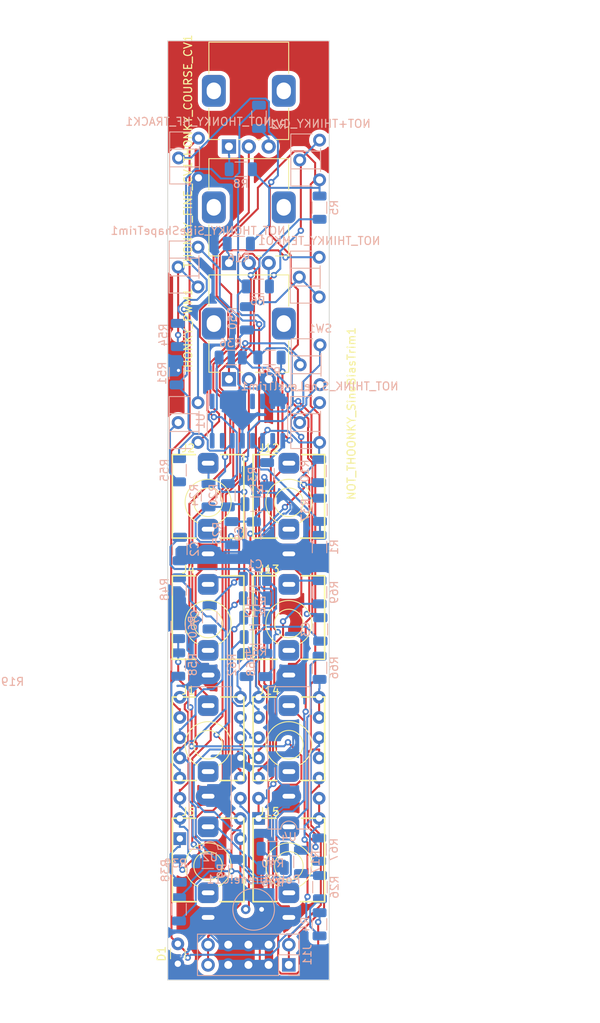
<source format=kicad_pcb>
(kicad_pcb (version 20221018) (generator pcbnew)
  (layers (0 "F.Cu" signal) (31 "B.Cu" signal) (34 "B.Paste" user) (35 "F.Paste" user) (36 "B.SilkS" user "B.Silkscreen") (37 "F.SilkS" user "F.Silkscreen") (38 "B.Mask" user) (39 "F.Mask" user) (44 "Edge.Cuts" user))
  (net 0 "")
  (net 1 "Net-(C1-Pad1)")
  (net 2 "Net-(C1-Pad2)")
  (net 3 "GND")
  (net 4 "Net-(C2-Pad2)")
  (net 5 "Net-(U2-VSSI)")
  (net 6 "Net-(U2-VHSI)")
  (net 7 "Net-(C9-Pad1)")
  (net 8 "Net-(U2-CAP)")
  (net 9 "Net-(D1-A)")
  (net 10 "Net-(J2-PadR)")
  (net 11 "-15V")
  (net 12 "+15V")
  (net 13 "Net-(J12-PadR)")
  (net 14 "Net-(J13-PadR)")
  (net 15 "Net-(J14-PadR)")
  (net 16 "Net-(J15-PadR)")
  (net 17 "Net-(R1-Pad2)")
  (net 18 "Net-(R3-Pad1)")
  (net 19 "Net-(U4A-+)")
  (net 20 "Net-(SW1-C)")
  (net 21 "Net-(R26-Pad1)")
  (net 22 "Net-(U2-VLFI)")
  (net 23 "Net-(U2-VFCI)")
  (net 24 "Net-(SW1-A)")
  (net 25 "Net-(SW1-B)")
  (net 26 "Net-(R36-Pad2)")
  (net 27 "Net-(J5-PadR)")
  (net 28 "Net-(U2-SCALE1)")
  (net 29 "Net-(U2-VEE)")
  (net 30 "Net-(U2-SCALE2)")
  (net 31 "Net-(U2-VPWM)")
  (net 32 "Net-(U2-VS)")
  (net 33 "Net-(U1A-+)")
  (net 34 "Net-(NOT+THINKY_CV1-Pad1)")
  (net 35 "Net-(NOT_THINKY_TEMKO1-Pad1)")
  (net 36 "Net-(U4B--)")
  (net 37 "Net-(NOT_THINK_SineLevelTrim1-Pad1)")
  (net 38 "Net-(U4C--)")
  (net 39 "Net-(U4D--)")
  (net 40 "Net-(U4A--)")
  (net 41 "Net-(U2-VHFT)")
  (net 45 "Net-(NOT_THONKY_HF_TRACK1-Pad2)")
  (net 46 "Net-(NOT_THONKY_SineShapeTrim1-Pad1)")
  (net 47 "Net-(NOT_THONKY_SineShapeTrim1-Pad2)")
  (net 48 "Net-(NOT_THOONKY_SineBiasTrim1-Pad2)")
  (net 49 "Net-(R2-Pad2)")
  (net 50 "Net-(R5-Pad1)")
  (net 51 "Net-(R6-Pad2)")
  (net 52 "Net-(R8-Pad1)")
  (net 53 "Net-(R16-Pad1)")
  (net 54 "Net-(R19-Pad1)")
  (net 55 "Net-(R20-Pad1)")
  (net 56 "Net-(U2-VP)")
  (net 57 "Net-(U2-VSO)")
  (net 58 "Net-(U2-VTO)")
  (footprint "AudioJacks:Jack_3.5mm_QingPu_WQP-PJ398SM_Vertical" (layer "F.Cu") (at 193.04 134.236)
    (fp_text reference "J15")
    (fp_text value "SQR OUT")
  )
  (footprint "AudioJacks:Jack_3.5mm_QingPu_WQP-PJ398SM_Vertical" (layer "F.Cu") (at 182.88 118.996)
    (fp_text reference "J1")
    (fp_text value "Sync INput")
  )
  (footprint "AudioJacks:Jack_3.5mm_QingPu_WQP-PJ398SM_Vertical" (layer "F.Cu") (at 182.88 134.236)
    (fp_text reference "J5")
    (fp_text value "PWM INput")
  )
  (footprint "Capacitor_THT:C_Disc_D3.0mm_W1.6mm_P2.50mm" (layer "F.Cu") (at 179.07 146.538 90)
    (fp_text reference "D1")
    (fp_text value "DIODE")
  )
  (footprint "AudioJacks:Jack_3.5mm_QingPu_WQP-PJ398SM_Vertical" (layer "F.Cu") (at 182.88 88.516)
    (fp_text reference "J2")
    (fp_text value "CV1")
  )
  (footprint "AudioJacks:Jack_3.5mm_QingPu_WQP-PJ398SM_Vertical" (layer "F.Cu") (at 193.04 88.516)
    (fp_text reference "J12")
    (fp_text value "TRI OUt")
  )
  (footprint "Potentiometer_THT:Potentiometer_Alps_RK09K_Single_Vertical" (layer "F.Cu") (at 185.5 58.42 90)
    (fp_text reference "THONKY_FINE_CV1")
    (fp_text value "100k Pot")
  )
  (footprint "AudioJacks:Jack_3.5mm_QingPu_WQP-PJ398SM_Vertical" (layer "F.Cu") (at 193.04 103.756)
    (fp_text reference "J13")
    (fp_text value "SIN OUT")
  )
  (footprint "AudioJacks:Jack_3.5mm_QingPu_WQP-PJ398SM_Vertical" (layer "F.Cu") (at 182.88 103.756)
    (fp_text reference "J4")
    (fp_text value "LinearFmINput")
  )
  (footprint "Potentiometer_THT:Potentiometer_Alps_RK09K_Single_Vertical" (layer "F.Cu") (at 185.5 43.775 90)
    (fp_text reference "THONKY_COURSE_CV1")
    (fp_text value "100k Pot")
  )
  (footprint "Potentiometer_THT:Potentiometer_Alps_RK09K_Single_Vertical" (layer "F.Cu") (at 185.505 73.04 90)
    (fp_text reference "THONKY_PWM1")
    (fp_text value "100k Pot")
  )
  (footprint "AudioJacks:Jack_3.5mm_QingPu_WQP-PJ398SM_Vertical" (layer "F.Cu") (at 193.04 118.996)
    (fp_text reference "J14")
    (fp_text value "SAW OUt")
  )
  (footprint "Resistor_SMD:R_1206_3216Metric" (layer "B.Cu") (at 191.008 134.493)
    (fp_text reference "R46")
    (fp_text value "1.8k")
  )
  (footprint "Capacitor_SMD:C_1206_3216Metric" (layer "B.Cu") (at 188.7728 98.1456 180)
    (fp_text reference "C1")
    (fp_text value "100nf")
  )
  (footprint "Potentiometer_THT:Potentiometer_ACP_CA6-H2,5_Horizontal" (layer "B.Cu") (at 181.61 75.986 180)
    (fp_text reference "NOT_THOONKY_SineBiasTrim1")
    (fp_text value "100k Pot")
  )
  (footprint "Resistor_SMD:R_1206_3216Metric" (layer "B.Cu") (at 179.1208 104.1908 90)
    (fp_text reference "R60")
    (fp_text value "47k")
  )
  (footprint "Potentiometer_THT:Potentiometer_ACP_CA6-H2,5_Horizontal" (layer "B.Cu") (at 181.665 42.712 180)
    (fp_text reference "NOT_THONKY_HF_TRACK1")
    (fp_text value "10k Pot")
  )
  (footprint "Resistor_SMD:R_1206_3216Metric" (layer "B.Cu") (at 196.9008 99.822 90)
    (fp_text reference "R69")
    (fp_text value "1k")
  )
  (footprint "Resistor_SMD:R_1206_3216Metric" (layer "B.Cu") (at 189.1284 61.3664)
    (fp_text reference "R6")
    (fp_text value "100k")
  )
  (footprint "Resistor_SMD:R_1206_3216Metric" (layer "B.Cu") (at 179.2224 84.4804 -90)
    (fp_text reference "R55")
    (fp_text value "470k")
  )
  (footprint "Resistor_SMD:R_1206_3216Metric" (layer "B.Cu") (at 190.6016 70.3072)
    (fp_text reference "R34")
    (fp_text value "4.7k")
  )
  (footprint "Resistor_SMD:R_1206_3216Metric" (layer "B.Cu") (at 196.9008 141.5796 -90)
    (fp_text reference "R4")
    (fp_text value "100k")
  )
  (footprint "Resistor_SMD:R_1206_3216Metric" (layer "B.Cu") (at 179.1208 108.9152 90)
    (fp_text reference "R58")
    (fp_text value "2k")
  )
  (footprint "Resistor_SMD:R_1206_3216Metric" (layer "B.Cu") (at 188.8236 103.0224 180)
    (fp_text reference "R11")
    (fp_text value "1M")
  )
  (footprint "Resistor_SMD:R_1206_3216Metric" (layer "B.Cu") (at 185.8264 92.4052 -90)
    (fp_text reference "R25")
    (fp_text value "470")
  )
  (footprint "Resistor_SMD:R_1206_3216Metric" (layer "B.Cu") (at 179.2224 99.4664 -90)
    (fp_text reference "R48")
    (fp_text value "47k")
  )
  (footprint "Resistor_SMD:R_1206_3216Metric" (layer "B.Cu") (at 196.9516 89.4588 -90)
    (fp_text reference "R37")
    (fp_text value "1M")
  )
  (footprint "Resistor_SMD:R_1206_3216Metric" (layer "B.Cu") (at 186.7408 55.9816)
    (fp_text reference "R16")
    (fp_text value "100k")
  )
  (footprint "Package_DIP:DIP-14_W7.62mm" (layer "B.Cu") (at 189.23 128.27)
    (fp_text reference "U4")
    (fp_text value "LM324")
  )
  (footprint "Resistor_SMD:R_1206_3216Metric" (layer "B.Cu") (at 196.85 84.582 -90)
    (fp_text reference "R10")
    (fp_text value "1.5M")
  )
  (footprint "Resistor_SMD:R_1206_3216Metric" (layer "B.Cu") (at 185.3692 87.63 -90)
    (fp_text reference "R20")
    (fp_text value "100k")
  )
  (footprint "Resistor_SMD:R_1206_3216Metric" (layer "B.Cu") (at 196.85 132.1816 90)
    (fp_text reference "R67")
    (fp_text value "1k")
  )
  (footprint "Package_SO:SOIC-16_3.9x9.9mm_P1.27mm" (layer "B.Cu") (at 187.833 78.297 -90)
    (fp_text reference "U1")
    (fp_text value "LM13700")
  )
  (footprint "Resistor_SMD:R_1206_3216Metric" (layer "B.Cu") (at 186.3852 134.874 -90)
    (fp_text reference "R9")
    (fp_text value "47k")
  )
  (footprint "Resistor_SMD:R_1206_3216Metric" (layer "B.Cu") (at 196.9516 136.906 90)
    (fp_text reference "R26")
    (fp_text value "100k")
  )
  (footprint "Resistor_SMD:R_1206_3216Metric" (layer "B.Cu") (at 188.8744 105.4608)
    (fp_text reference "R64")
    (fp_text value "100k")
  )
  (footprint "Resistor_SMD:R_1206_3216Metric" (layer "B.Cu") (at 179.2224 139.7 -90)
    (fp_text reference "R19")
    (fp_text value "1M")
  )
  (footprint "Resistor_SMD:R_1206_3216Metric" (layer "B.Cu") (at 190.2968 84.9884 -90)
    (fp_text reference "R3")
    (fp_text value "1k")
  )
  (footprint "Potentiometer_THT:Potentiometer_ACP_CA6-H2,5_Horizontal" (layer "B.Cu") (at 196.905 75.986 180)
    (fp_text reference "NOT_THINK_SineLevelTrim1")
    (fp_text value "1M Pot")
  )
  (footprint "Resistor_SMD:R_1206_3216Metric" (layer "B.Cu") (at 179.07 67.4731 -90)
    (fp_text reference "R54")
    (fp_text value "20k")
  )
  (footprint "Resistor_SMD:R_1206_3216Metric" (layer "B.Cu") (at 188.976 88.7476 180)
    (fp_text reference "R7")
    (fp_text value "470")
  )
  (footprint "Resistor_SMD:R_1206_3216Metric" (layer "B.Cu") (at 189.2808 40.0304 -90)
    (fp_text reference "R2")
    (fp_text value "10k")
  )
  (footprint "Resistor_SMD:R_1206_3216Metric" (layer "B.Cu") (at 186.9948 46.6344)
    (fp_text reference "R8")
    (fp_text value "47k")
  )
  (footprint "Potentiometer_THT:Potentiometer_ACP_CA6-H2,5_Horizontal" (layer "B.Cu") (at 196.9624 68.7216 180)
    (fp_text reference "SW1")
    (fp_text value "SW_SPDT")
  )
  (footprint "Potentiometer_THT:Potentiometer_ACP_CA6-H2,5_Horizontal" (layer "B.Cu") (at 181.61 56.428 180)
    (fp_text reference "NOT_THONKY_SineShapeTrim1")
    (fp_text value "100k Pot")
  )
  (footprint "Resistor_SMD:R_1206_3216Metric" (layer "B.Cu") (at 182.9308 87.63 -90)
    (fp_text reference "R24")
    (fp_text value "100k")
  )
  (footprint "Capacitor_SMD:C_1206_3216Metric" (layer "B.Cu") (at 179.324 94.3864 90)
    (fp_text reference "C2")
    (fp_text value "10nf")
  )
  (footprint "Resistor_SMD:R_1206_3216Metric" (layer "B.Cu") (at 194.564 133.731 90)
    (fp_text reference "R17")
    (fp_text value "1M")
  )
  (footprint "Resistor_SMD:R_1206_3216Metric" (layer "B.Cu") (at 188.7728 100.584)
    (fp_text reference "R12")
    (fp_text value "470")
  )
  (footprint "Connector_PinHeader_2.54mm:PinHeader_2x05_P2.54mm_Vertical" (layer "B.Cu") (at 193.035 146.685 90)
    (fp_text reference "J11")
    (fp_text value "Conn_02x05_Odd_Even")
  )
  (footprint "Capacitor_SMD:C_1206_3216Metric" (layer "B.Cu") (at 183.0832 102.9716 -90)
    (fp_text reference "C7")
    (fp_text value "1nf")
  )
  (footprint "Resistor_SMD:R_1206_3216Metric" (layer "B.Cu") (at 178.9176 72.2884 -90)
    (fp_text reference "R51")
    (fp_text value "1k")
  )
  (footprint "Resistor_SMD:R_1206_3216Metric" (layer "B.Cu") (at 185.7248 70.3072 180)
    (fp_text reference "R36")
    (fp_text value "100k")
  )
  (footprint "Package_DIP:DIP-16_W7.62mm" (layer "B.Cu") (at 179.324 130.81)
    (fp_text reference "U2")
    (fp_text value "AS3340")
  )
  (footprint "Resistor_SMD:R_1206_3216Metric" (layer "B.Cu") (at 191.008 132.08)
    (fp_text reference "R40")
    (fp_text value "47k")
  )
  (footprint "Resistor_SMD:R_1206_3216Metric" (layer "B.Cu") (at 196.9008 51.4604 90)
    (fp_text reference "R5")
    (fp_text value "20K")
  )
  (footprint "Potentiometer_THT:Potentiometer_ACP_CA6-H2,5_Horizontal" (layer "B.Cu") (at 196.905 42.966 180)
    (fp_text reference "NOT+THINKY_CV1")
    (fp_text value "100k TrimPot")
  )
  (footprint "Resistor_SMD:R_1206_3216Metric" (layer "B.Cu") (at 182.8292 133.6548 180)
    (fp_text reference "R39")
    (fp_text value "5.6k")
  )
  (footprint "Resistor_SMD:R_1206_3216Metric" (layer "B.Cu") (at 190.0936 108.966 -90)
    (fp_text reference "R68")
    (fp_text value "1k")
  )
  (footprint "Resistor_SMD:R_1206_3216Metric" (layer "B.Cu") (at 179.324 134.8232 -90)
    (fp_text reference "R38")
    (fp_text value "24k")
  )
  (footprint "Capacitor_SMD:C_1206_3216Metric" (layer "B.Cu") (at 188.6204 92.456 -90)
    (fp_text reference "C9")
    (fp_text value "10nf")
  )
  (footprint "Resistor_SMD:R_1206_3216Metric" (layer "B.Cu") (at 187.706 108.966 -90)
    (fp_text reference "R62")
    (fp_text value "100k")
  )
  (footprint "Potentiometer_THT:Potentiometer_ACP_CA6-H2,5_Horizontal" (layer "B.Cu") (at 196.85 57.698 180)
    (fp_text reference "NOT_THINKY_TEMKO1")
    (fp_text value "10k Pot")
  )
  (footprint "Capacitor_SMD:C_1206_3216Metric" (layer "B.Cu") (at 197.0024 104.4956 -90)
    (fp_text reference "C3")
    (fp_text value "1nf")
  )
  (footprint "Resistor_SMD:R_1206_3216Metric" (layer "B.Cu") (at 196.9008 109.3216 90)
    (fp_text reference "R66")
    (fp_text value "1k")
  )
  (footprint "Resistor_SMD:R_1206_3216Metric" (layer "B.Cu") (at 196.9008 94.1324 90)
    (fp_text reference "R1")
    (fp_text value "130k")
  )
  (footprint "Resistor_SMD:R_1206_3216Metric" (layer "B.Cu") (at 187.7568 65.3796 -90)
    (fp_text reference "R50")
    (fp_text value "910")
  )
  (footprint "Capacitor_THT:C_Radial_D5.0mm_H5.0mm_P2.00mm" (layer "B.Cu") (at 189.611 139.7 180)
    (fp_text reference "PolyStirene!C11")
    (fp_text value "1nf")
  )
  (gr_line (start 177.8 30.48) (end 177.8 148.59) (stroke (width 0.1)) (layer "Edge.Cuts"))
  (gr_line (start 198.12 30.48) (end 198.12 148.59) (stroke (width 0.1)) (layer "Edge.Cuts"))
  (gr_line (start 198.12 30.48) (end 177.8 30.48) (stroke (width 0.1)) (layer "Edge.Cuts"))
  (gr_line (start 198.12 148.59) (end 177.8 148.59) (stroke (width 0.1)) (layer "Edge.Cuts"))
  (segment (start 191.4286 101.8799) (end 190.2861 103.0224) (width 0.25) (layer "B.Cu") (net 1))
  (segment (start 190.2478 98.1456) (end 191.4286 99.3264) (width 0.25) (layer "B.Cu") (net 1))
  (segment (start 191.4286 99.3264) (end 191.4286 101.8799) (width 0.25) (layer "B.Cu") (net 1))
  (segment (start 187.0849 97.9327) (end 183.7833 97.9327) (width 0.25) (layer "B.Cu") (net 2))
  (segment (start 187.2978 98.1456) (end 187.0849 97.9327) (width 0.25) (layer "B.Cu") (net 2))
  (segment (start 183.7833 97.9327) (end 182.88 98.836) (width 0.25) (layer "B.Cu") (net 2))
  (segment (start 182.88 96.3983) (end 182.7047 96.3983) (width 0.25) (layer "F.Cu") (net 3))
  (segment (start 191.4767 138.7314) (end 192.059 139.3137) (width 0.25) (layer "F.Cu") (net 3))
  (segment (start 193.04 96.3983) (end 193.2852 96.3983) (width 0.25) (layer "F.Cu") (net 3))
  (segment (start 190.495 144.145) (end 190.495 146.685) (width 0.25) (layer "F.Cu") (net 3))
  (segment (start 193.04 140.716) (end 193.04 139.3137) (width 0.25) (layer "F.Cu") (net 3))
  (segment (start 193.9164 108.8337) (end 193.04 108.8337) (width 0.25) (layer "F.Cu") (net 3))
  (segment (start 194.6078 97.7209) (end 194.6078 108.1423) (width 0.25) (layer "F.Cu") (net 3))
  (segment (start 179.8471 71.2313) (end 179.15 71.9284) (width 0.25) (layer "F.Cu") (net 3))
  (segment (start 193.04 125.476) (end 193.04 126.8783) (width 0.25) (layer "F.Cu") (net 3))
  (segment (start 187.955 144.145) (end 187.955 146.685) (width 0.25) (layer "F.Cu") (net 3))
  (segment (start 181.308 97.795) (end 181.308 108.2427) (width 0.25) (layer "F.Cu") (net 3))
  (segment (start 193.04 126.8783) (end 192.8647 126.8783) (width 0.25) (layer "F.Cu") (net 3))
  (segment (start 182.88 110.236) (end 182.88 108.8337) (width 0.25) (layer "F.Cu") (net 3))
  (segment (start 182.88 94.996) (end 182.88 96.3983) (width 0.25) (layer "F.Cu") (net 3))
  (segment (start 192.8647 126.8783) (end 191.4767 128.2663) (width 0.25) (layer "F.Cu") (net 3))
  (segment (start 191.4767 128.2663) (end 191.4767 138.7314) (width 0.25) (layer "F.Cu") (net 3))
  (segment (start 193.2852 96.3983) (end 194.6078 97.7209) (width 0.25) (layer "F.Cu") (net 3))
  (segment (start 187.955 146.685) (end 186.5173 146.685) (width 0.25) (layer "F.Cu") (net 3))
  (segment (start 194.6078 108.1423) (end 193.9164 108.8337) (width 0.25) (layer "F.Cu") (net 3))
  (segment (start 193.04 110.236) (end 193.04 108.8337) (width 0.25) (layer "F.Cu") (net 3))
  (segment (start 193.04 94.996) (end 193.04 96.3983) (width 0.25) (layer "F.Cu") (net 3))
  (segment (start 181.899 108.8337) (end 182.88 108.8337) (width 0.25) (layer "F.Cu") (net 3))
  (segment (start 181.308 108.2427) (end 181.899 108.8337) (width 0.25) (layer "F.Cu") (net 3))
  (segment (start 182.7047 96.3983) (end 181.308 97.795) (width 0.25) (layer "F.Cu") (net 3))
  (segment (start 185.415 146.685) (end 186.5173 146.685) (width 0.25) (layer "F.Cu") (net 3))
  (segment (start 192.059 139.3137) (end 193.04 139.3137) (width 0.25) (layer "F.Cu") (net 3))
  (segment (start 179.8471 64.2309) (end 179.8471 71.2313) (width 0.25) (layer "F.Cu") (net 3))
  (via (at 179.15 71.9284) (size 0.8) (drill 0.4) (layers "F.Cu" "B.Cu") (net 3))
  (via (at 179.8471 64.2309) (size 0.8) (drill 0.4) (layers "F.Cu" "B.Cu") (net 3))
  (segment (start 180.4925 48.8845) (end 181.665 47.712) (width 0.25) (layer "B.Cu") (net 3))
  (segment (start 191.008 75.822) (end 191.008 75.5176) (width 0.25) (layer "B.Cu") (net 3))
  (segment (start 190.495 144.145) (end 190.495 140.848) (width 0.25) (layer "B.Cu") (net 3))
  (segment (start 191.0721 133.0946) (end 191.0721 128.1104) (width 0.25) (layer "B.Cu") (net 3))
  (segment (start 187.955 144.145) (end 189.0573 144.145) (width 0.25) (layer "B.Cu") (net 3))
  (segment (start 189.8087 101.8286) (end 188.5159 103.1214) (width 0.25) (layer "B.Cu") (net 3))
  (segment (start 182.88 125.476) (end 182.88 124.0737) (width 0.25) (layer "B.Cu") (net 3))
  (segment (start 185.928 75.822) (end 184.658 75.822) (width 0.25) (layer "B.Cu") (net 3))
  (segment (start 186.9069 81.0631) (end 186.9069 84.7138) (width 0.25) (layer "B.Cu") (net 3))
  (segment (start 180.0432 145.1257) (end 179.661 145.5079) (width 0.25) (layer "B.Cu") (net 3))
  (segment (start 186.6755 73.6699) (end 186.6755 71.8849) (width 0.25) (layer "B.Cu") (net 3))
  (segment (start 192.3042 126.8783) (end 193.04 126.8783) (width 0.25) (layer "B.Cu") (net 3))
  (segment (start 193.5868 117.6124) (end 191.4852 115.5108) (width 0.25) (layer "B.Cu") (net 3))
  (segment (start 188.5159 106.6936) (end 187.706 107.5035) (width 0.25) (layer "B.Cu") (net 3))
  (segment (start 192.9054 111.6383) (end 193.04 111.6383) (width 0.25) (layer "B.Cu") (net 3))
  (segment (start 192.1654 124.0737) (end 191.4852 123.3935) (width 0.25) (layer "B.Cu") (net 3))
  (segment (start 192.3732 89.9301) (end 188.6204 93.6829) (width 0.25) (layer "B.Cu") (net 3))
  (segment (start 178.9176 71.696) (end 179.15 71.9284) (width 0.25) (layer "B.Cu") (net 3))
  (segment (start 189.3779 95.3035) (end 189.3779 98.9623) (width 0.25) (layer "B.Cu") (net 3))
  (segment (start 186.1441 65.132) (end 183.4179 62.4058) (width 0.25) (layer "B.Cu") (net 3))
  (segment (start 192.4705 134.493) (end 191.0721 133.0946) (width 0.25) (layer "B.Cu") (net 3))
  (segment (start 186.944 121.7023) (end 186.6537 121.7023) (width 0.25) (layer "B.Cu") (net 3))
  (segment (start 182.88 110.236) (end 182.88 108.8337) (width 0.25) (layer "B.Cu") (net 3))
  (segment (start 191.0512 101.4427) (end 190.6653 101.8286) (width 0.25) (layer "B.Cu") (net 3))
  (segment (start 179.324 95.8614) (end 180.2123 95.8614) (width 0.25) (layer "B.Cu") (net 3))
  (segment (start 183.4179 62.4058) (end 183.4179 60.4119) (width 0.25) (layer "B.Cu") (net 3))
  (segment (start 182.8397 142.5234) (end 184.3127 143.9965) (width 0.25) (layer "B.Cu") (net 3))
  (segment (start 191.0721 128.1104) (end 192.3042 126.8783) (width 0.25) (layer "B.Cu") (net 3))
  (segment (start 189.3526 74.1924) (end 189.5177 74.0273) (width 0.25) (layer "B.Cu") (net 3))
  (segment (start 193.04 94.996) (end 196.3019 94.996) (width 0.25) (layer "B.Cu") (net 3))
  (segment (start 186.6755 71.8849) (end 186.1441 71.3535) (width 0.25) (layer "B.Cu") (net 3))
  (segment (start 188.6204 93.6829) (end 188.6204 93.931) (width 0.25) (layer "B.Cu") (net 3))
  (segment (start 187.198 75.822) (end 187.198 80.772) (width 0.25) (layer "B.Cu") (net 3))
  (segment (start 186.944 120.65) (end 186.944 121.7023) (width 0.25) (layer "B.Cu") (net 3))
  (segment (start 182.88 142.4831) (end 182.8397 142.5234) (width 0.25) (layer "B.Cu") (net 3))
  (segment (start 182.88 108.8337) (end 182.0036 108.8337) (width 0.25) (layer "B.Cu") (net 3))
  (segment (start 190.627 140.716) (end 189.611 139.7) (width 0.25) (layer "B.Cu") (net 3))
  (segment (start 179.661 145.7021) (end 179.07 146.2931) (width 0.25) (layer "B.Cu") (net 3))
  (segment (start 189.3779 95.3035) (end 188.8198 94.7454) (width 0.25) (layer "B.Cu") (net 3))
  (segment (start 186.9069 84.7138) (end 189.5076 87.3145) (width 0.25) (layer "B.Cu") (net 3))
  (segment (start 191.4852 121.1047) (end 193.5868 119.0031) (width 0.25) (layer "B.Cu") (net 3))
  (segment (start 191.6864 87.3145) (end 193.2386 88.8667) (width 0.25) (layer "B.Cu") (net 3))
  (segment (start 193.04 140.716) (end 191.7056 140.716) (width 0.25) (layer "B.Cu") (net 3))
  (segment (start 191.4852 115.5108) (end 191.4852 113.0585) (width 0.25) (layer "B.Cu") (net 3))
  (segment (start 191.008 75.822) (end 192.278 75.822) (width 0.25) (layer "B.Cu") (net 3))
  (segment (start 179.661 145.5079) (end 179.661 145.7021) (width 0.25) (layer "B.Cu") (net 3))
  (segment (start 193.04 125.476) (end 193.04 126.8783) (width 0.25) (layer "B.Cu") (net 3))
  (segment (start 193.04 110.236) (end 193.04 111.6383) (width 0.25) (layer "B.Cu") (net 3))
  (segment (start 189.6854 94.996) (end 189.3779 95.3035) (width 0.25) (layer "B.Cu") (net 3))
  (segment (start 179.2224 100.9289) (end 179.1208 101.0305) (width 0.25) (layer "B.Cu") (net 3))
  (segment (start 191.008 75.5176) (end 189.5177 74.0273) (width 0.25) (layer "B.Cu") (net 3))
  (segment (start 189.7929 99.3773) (end 190.7296 99.3773) (width 0.25) (layer "B.Cu") (net 3))
  (segment (start 180.2788 103.8863) (end 179.1208 102.7283) (width 0.25) (layer "B.Cu") (net 3))
  (segment (start 187.198 74.1924) (end 189.3526 74.1924) (width 0.25) (layer "B.Cu") (net 3))
  (segment (start 183.4179 62.4058) (end 181.5928 64.2309) (width 0.25) (layer "B.Cu") (net 3))
  (segment (start 189.611 139.5623) (end 186.3852 136.3365) (width 0.25) (layer "B.Cu") (net 3))
  (segment (start 189.611 139.7) (end 189.611 139.5623) (width 0.25) (layer "B.Cu") (net 3))
  (segment (start 191.4852 123.3935) (end 191.4852 121.7023) (width 0.25) (layer "B.Cu") (net 3))
  (segment (start 193.04 94.996) (end 191.2377 94.996) (width 0.25) (layer "B.Cu") (net 3))
  (segment (start 189.5177 74.0273) (end 190.505 73.04) (width 0.25) (layer "B.Cu") (net 3))
  (segment (start 191.7056 140.716) (end 190.627 140.716) (width 0.25) (layer "B.Cu") (net 3))
  (segment (start 180.2788 107.1089) (end 180.2788 103.8863) (width 0.25) (layer "B.Cu") (net 3))
  (segment (start 182.8397 142.5234) (end 180.2374 145.1257) (width 0.25) (layer "B.Cu") (net 3))
  (segment (start 191.4852 121.7023) (end 186.944 121.7023) (width 0.25) (layer "B.Cu") (net 3))
  (segment (start 186.1441 71.3535) (end 186.1441 65.132) (width 0.25) (layer "B.Cu") (net 3))
  (segment (start 185.415 144.145) (end 187.955 144.145) (width 0.25) (layer "B.Cu") (net 3))
  (segment (start 192.6784 89.9301) (end 192.3732 89.9301) (width 0.25) (layer "B.Cu") (net 3))
  (segment (start 190.7296 99.3773) (end 191.0512 99.6989) (width 0.25) (layer "B.Cu") (net 3))
  (segment (start 182.88 142.1183) (end 182.88 142.4831) (width 0.25) (layer "B.Cu") (net 3))
  (segment (start 179.07 146.2931) (end 179.07 146.538) (width 0.25) (layer "B.Cu") (net 3))
  (segment (start 182.88 140.716) (end 182.88 142.1183) (width 0.25) (layer "B.Cu") (net 3))
  (segment (start 184.9329 94.7454) (end 184.6823 94.996) (width 0.25) (layer "B.Cu") (net 3))
  (segment (start 182.0036 108.8337) (end 180.2788 107.1089) (width 0.25) (layer "B.Cu") (net 3))
  (segment (start 189.3779 98.9623) (end 189.7929 99.3773) (width 0.25) (layer "B.Cu") (net 3))
  (segment (start 183.4179 60.4119) (end 180.4925 57.4865) (width 0.25) (layer "B.Cu") (net 3))
  (segment (start 186.6537 121.7023) (end 184.2823 124.0737) (width 0.25) (layer "B.Cu") (net 3))
  (segment (start 181.5928 64.2309) (end 179.8471 64.2309) (width 0.25) (layer "B.Cu") (net 3))
  (segment (start 191.2377 94.996) (end 189.6854 94.996) (width 0.25) (layer "B.Cu") (net 3))
  (segment (start 191.4852 113.0585) (end 192.9054 111.6383) (width 0.25) (layer "B.Cu") (net 3))
  (segment (start 190.495 140.848) (end 190.627 140.716) (width 0.25) (layer "B.Cu") (net 3))
  (segment (start 187.198 74.1924) (end 186.6755 73.6699) (width 0.25) (layer "B.Cu") (net 3))
  (segment (start 189.5076 87.3145) (end 191.6864 87.3145) (width 0.25) (layer "B.Cu") (net 3))
  (segment (start 182.88 94.996) (end 184.6823 94.996) (width 0.25) (layer "B.Cu") (net 3))
  (segment (start 193.04 125.476) (end 193.04 124.0737) (width 0.25) (layer "B.Cu") (net 3))
  (segment (start 193.2386 88.8667) (end 193.2386 89.3699) (width 0.25) (layer "B.Cu") (net 3))
  (segment (start 188.8198 94.7454) (end 188.6204 94.7454) (width 0.25) (layer "B.Cu") (net 3))
  (segment (start 180.4925 57.4865) (end 180.4925 48.8845) (width 0.25) (layer "B.Cu") (net 3))
  (segment (start 193.5868 119.0031) (end 193.5868 117.6124) (width 0.25) (layer "B.Cu") (net 3))
  (segment (start 188.5159 103.1214) (end 188.5159 106.6936) (width 0.25) (layer "B.Cu") (net 3))
  (segment (start 178.9176 70.8259) (end 178.9176 71.696) (width 0.25) (layer "B.Cu") (net 3))
  (segment (start 188.6204 94.7454) (end 188.6204 93.931) (width 0.25) (layer "B.Cu") (net 3))
  (segment (start 185.415 144.145) (end 184.3127 144.145) (width 0.25) (layer "B.Cu") (net 3))
  (segment (start 191.4852 121.7023) (end 191.4852 121.1047) (width 0.25) (layer "B.Cu") (net 3))
  (segment (start 187.198 80.772) (end 186.9069 81.0631) (width 0.25) (layer "B.Cu") (net 3))
  (segment (start 193.2386 89.3699) (end 192.6784 89.9301) (width 0.25) (layer "B.Cu") (net 3))
  (segment (start 180.2374 145.1257) (end 180.0432 145.1257) (width 0.25) (layer "B.Cu") (net 3))
  (segment (start 180.2123 95.8614) (end 181.0777 94.996) (width 0.25) (layer "B.Cu") (net 3))
  (segment (start 190.6653 101.8286) (end 189.8087 101.8286) (width 0.25) (layer "B.Cu") (net 3))
  (segment (start 193.04 124.0737) (end 192.1654 124.0737) (width 0.25) (layer "B.Cu") (net 3))
  (segment (start 191.0512 99.6989) (end 191.0512 101.4427) (width 0.25) (layer "B.Cu") (net 3))
  (segment (start 179.1208 101.0305) (end 179.1208 102.7283) (width 0.25) (layer "B.Cu") (net 3))
  (segment (start 184.3127 143.9965) (end 184.3127 144.145) (width 0.25) (layer "B.Cu") (net 3))
  (segment (start 196.3019 94.996) (end 196.9008 95.5949) (width 0.25) (layer "B.Cu") (net 3))
  (segment (start 182.88 94.996) (end 181.0777 94.996) (width 0.25) (layer "B.Cu") (net 3))
  (segment (start 188.6204 94.7454) (end 184.9329 94.7454) (width 0.25) (layer "B.Cu") (net 3))
  (segment (start 187.198 75.822) (end 185.928 75.822) (width 0.25) (layer "B.Cu") (net 3))
  (segment (start 184.2823 124.0737) (end 182.88 124.0737) (width 0.25) (layer "B.Cu") (net 3))
  (segment (start 190.495 144.145) (end 189.0573 144.145) (width 0.25) (layer "B.Cu") (net 3))
  (segment (start 187.198 75.822) (end 187.198 74.1924) (width 0.25) (layer "B.Cu") (net 3))
  (segment (start 188.7932 99.1419) (end 190.2353 100.584) (width 0.25) (layer "B.Cu") (net 4))
  (segment (start 178.6458 96.8994) (end 187.7515 96.8994) (width 0.25) (layer "B.Cu") (net 4))
  (segment (start 178.1405 94.0949) (end 178.1405 96.3941) (width 0.25) (layer "B.Cu") (net 4))
  (segment (start 178.1405 96.3941) (end 178.6458 96.8994) (width 0.25) (layer "B.Cu") (net 4))
  (segment (start 188.7932 97.9411) (end 188.7932 99.1419) (width 0.25) (layer "B.Cu") (net 4))
  (segment (start 187.7515 96.8994) (end 188.7932 97.9411) (width 0.25) (layer "B.Cu") (net 4))
  (segment (start 179.324 92.9114) (end 178.1405 94.0949) (width 0.25) (layer "B.Cu") (net 4))
  (segment (start 186.944 113.03) (end 186.944 111.9777) (width 0.25) (layer "B.Cu") (net 5))
  (segment (start 188.9143 108.0006) (end 188.9143 105.2223) (width 0.25) (layer "B.Cu") (net 5))
  (segment (start 186.944 111.9777) (end 186.5769 111.6106) (width 0.25) (layer "B.Cu") (net 5))
  (segment (start 186.5769 111.6106) (end 186.5769 109.8925) (width 0.25) (layer "B.Cu") (net 5))
  (segment (start 186.5769 109.8925) (end 188.0617 108.4077) (width 0.25) (layer "B.Cu") (net 5))
  (segment (start 188.0617 108.4077) (end 188.5072 108.4077) (width 0.25) (layer "B.Cu") (net 5))
  (segment (start 188.5072 108.4077) (end 188.9143 108.0006) (width 0.25) (layer "B.Cu") (net 5))
  (segment (start 188.9143 105.2223) (end 189.9709 104.1657) (width 0.25) (layer "B.Cu") (net 5))
  (segment (start 195.1975 104.1657) (end 197.0024 105.9706) (width 0.25) (layer "B.Cu") (net 5))
  (segment (start 189.9709 104.1657) (end 195.1975 104.1657) (width 0.25) (layer "B.Cu") (net 5))
  (segment (start 183.4883 112.0185) (end 184.6922 110.8146) (width 0.25) (layer "B.Cu") (net 6))
  (segment (start 179.324 118.11) (end 179.324 117.0577) (width 0.25) (layer "B.Cu") (net 6))
  (segment (start 184.6922 106.0556) (end 183.0832 104.4466) (width 0.25) (layer "B.Cu") (net 6))
  (segment (start 181.299 113.0344) (end 182.3149 112.0185) (width 0.25) (layer "B.Cu") (net 6))
  (segment (start 179.324 117.0577) (end 179.4557 117.0577) (width 0.25) (layer "B.Cu") (net 6))
  (segment (start 182.3149 112.0185) (end 183.4883 112.0185) (width 0.25) (layer "B.Cu") (net 6))
  (segment (start 184.6922 110.8146) (end 184.6922 106.0556) (width 0.25) (layer "B.Cu") (net 6))
  (segment (start 179.4557 117.0577) (end 181.299 115.2144) (width 0.25) (layer "B.Cu") (net 6))
  (segment (start 181.299 115.2144) (end 181.299 113.0344) (width 0.25) (layer "B.Cu") (net 6))
  (segment (start 188.6204 90.9427) (end 185.8264 90.9427) (width 0.25) (layer "B.Cu") (net 7))
  (segment (start 190.4385 88.7476) (end 188.6204 90.5657) (width 0.25) (layer "B.Cu") (net 7))
  (segment (start 188.6204 90.5657) (end 188.6204 90.9427) (width 0.25) (layer "B.Cu") (net 7))
  (segment (start 188.6204 90.9427) (end 188.6204 90.981) (width 0.25) (layer "B.Cu") (net 7))
  (segment (start 186.944 118.11) (end 186.944 119.1623) (width 0.25) (layer "F.Cu") (net 8))
  (segment (start 187.611 139.7) (end 188.0135 139.2975) (width 0.25) (layer "F.Cu") (net 8))
  (segment (start 188.0135 139.2975) (end 188.0135 120.1449) (width 0.25) (layer "F.Cu") (net 8))
  (segment (start 188.0135 120.1449) (end 187.0309 119.1623) (width 0.25) (layer "F.Cu") (net 8))
  (segment (start 187.0309 119.1623) (end 186.944 119.1623) (width 0.25) (layer "F.Cu") (net 8))
  (segment (start 179.9408 113.9365) (end 179.9408 114.5133) (width 0.25) (layer "F.Cu") (net 9))
  (segment (start 180.3133 145.778) (end 180.3133 145.2813) (width 0.25) (layer "F.Cu") (net 9))
  (segment (start 180.383 114.9555) (end 180.383 118.5848) (width 0.25) (layer "F.Cu") (net 9))
  (segment (start 179.1208 108.5919) (end 179.1208 110.7352) (width 0.25) (layer "F.Cu") (net 9))
  (segment (start 178.2716 120.2025) (end 178.2716 143.2396) (width 0.25) (layer "F.Cu") (net 9))
  (segment (start 180.3133 145.2813) (end 179.07 144.038) (width 0.25) (layer "F.Cu") (net 9))
  (segment (start 179.5878 119.38) (end 179.0941 119.38) (width 0.25) (layer "F.Cu") (net 9))
  (segment (start 179.1208 110.7352) (end 180.383 111.9974) (width 0.25) (layer "F.Cu") (net 9))
  (segment (start 195.388 138.1128) (end 195.388 131.3008) (width 0.25) (layer "F.Cu") (net 9))
  (segment (start 180.383 111.9974) (end 180.383 113.4943) (width 0.25) (layer "F.Cu") (net 9))
  (segment (start 179.9408 114.5133) (end 180.383 114.9555) (width 0.25) (layer "F.Cu") (net 9))
  (segment (start 178.2716 143.2396) (end 179.07 144.038) (width 0.25) (layer "F.Cu") (net 9))
  (segment (start 180.383 118.5848) (end 179.5878 119.38) (width 0.25) (layer "F.Cu") (net 9))
  (segment (start 179.0941 119.38) (end 178.2716 120.2025) (width 0.25) (layer "F.Cu") (net 9))
  (segment (start 195.388 131.3008) (end 195.0224 130.9352) (width 0.25) (layer "F.Cu") (net 9))
  (segment (start 180.383 113.4943) (end 179.9408 113.9365) (width 0.25) (layer "F.Cu") (net 9))
  (via (at 179.1208 108.5919) (size 0.8) (drill 0.4) (layers "F.Cu" "B.Cu") (net 9))
  (via (at 180.3133 145.778) (size 0.8) (drill 0.4) (layers "F.Cu" "B.Cu") (net 9))
  (via (at 195.0224 130.9352) (size 0.8) (drill 0.4) (layers "F.Cu" "B.Cu") (net 9))
  (via (at 195.388 138.1128) (size 0.8) (drill 0.4) (layers "F.Cu" "B.Cu") (net 9))
  (segment (start 191.765 144.4393) (end 190.7893 145.415) (width 0.25) (layer "B.Cu") (net 9))
  (segment (start 195.7977 120.0829) (end 195.7977 128.415) (width 0.25) (layer "B.Cu") (net 9))
  (segment (start 180.6763 145.415) (end 180.3133 145.778) (width 0.25) (layer "B.Cu") (net 9))
  (segment (start 195.2304 138.2704) (end 195.2304 140.9305) (width 0.25) (layer "B.Cu") (net 9))
  (segment (start 192.7587 142.8401) (end 191.765 143.8338) (width 0.25) (layer "B.Cu") (net 9))
  (segment (start 196.7183 119.1623) (end 195.7977 120.0829) (width 0.25) (layer "B.Cu") (net 9))
  (segment (start 179.1208 108.5919) (end 179.1208 107.4527) (width 0.25) (layer "B.Cu") (net 9))
  (segment (start 196.85 119.1623) (end 196.7183 119.1623) (width 0.25) (layer "B.Cu") (net 9))
  (segment (start 195.0224 129.1903) (end 195.0224 130.9352) (width 0.25) (layer "B.Cu") (net 9))
  (segment (start 193.3208 142.8401) (end 192.7587 142.8401) (width 0.25) (layer "B.Cu") (net 9))
  (segment (start 196.85 118.11) (end 196.85 119.1623) (width 0.25) (layer "B.Cu") (net 9))
  (segment (start 195.388 138.1128) (end 195.2304 138.2704) (width 0.25) (layer "B.Cu") (net 9))
  (segment (start 179.1208 105.6533) (end 179.1208 107.4527) (width 0.25) (layer "B.Cu") (net 9))
  (segment (start 190.7893 145.415) (end 180.6763 145.415) (width 0.25) (layer "B.Cu") (net 9))
  (segment (start 195.7977 128.415) (end 195.0224 129.1903) (width 0.25) (layer "B.Cu") (net 9))
  (segment (start 195.2304 140.9305) (end 193.3208 142.8401) (width 0.25) (layer "B.Cu") (net 9))
  (segment (start 191.765 143.8338) (end 191.765 144.4393) (width 0.25) (layer "B.Cu") (net 9))
  (segment (start 182.9308 83.6468) (end 182.88 83.596) (width 0.25) (layer "B.Cu") (net 10))
  (segment (start 182.9308 86.1675) (end 182.9308 83.6468) (width 0.25) (layer "B.Cu") (net 10))
  (segment (start 196.3636 83.3556) (end 195.8268 82.8188) (width 0.25) (layer "F.Cu") (net 11))
  (segment (start 195.7976 119.5977) (end 195.7976 115.1156) (width 0.25) (layer "F.Cu") (net 11))
  (segment (start 195.7976 111.3746) (end 196.3636 110.8086) (width 0.25) (layer "F.Cu") (net 11))
  (segment (start 193.1728 143.0427) (end 197.0611 139.1544) (width 0.25) (layer "F.Cu") (net 11))
  (segment (start 195.8858 77.4736) (end 194.2118 75.7996) (width 0.25) (layer "F.Cu") (net 11))
  (segment (start 197.0611 130.935) (end 195.4204 129.2943) (width 0.25) (layer "F.Cu") (net 11))
  (segment (start 197.0611 139.1544) (end 197.0611 130.935) (width 0.25) (layer "F.Cu") (net 11))
  (segment (start 193.035 146.685) (end 193.035 144.145) (width 0.25) (layer "F.Cu") (net 11))
  (segment (start 195.4204 129.2943) (end 195.4204 119.9749) (width 0.25) (layer "F.Cu") (net 11))
  (segment (start 195.7976 115.1156) (end 195.8078 115.1054) (width 0.25) (layer "F.Cu") (net 11))
  (segment (start 196.3636 110.8086) (end 196.3636 83.3556) (width 0.25) (layer "F.Cu") (net 11))
  (segment (start 195.7976 114.5548) (end 195.7976 111.3746) (width 0.25) (layer "F.Cu") (net 11))
  (segment (start 195.8078 114.565) (end 195.7976 114.5548) (width 0.25) (layer "F.Cu") (net 11))
  (segment (start 195.4204 119.9749) (end 195.7976 119.5977) (width 0.25) (layer "F.Cu") (net 11))
  (segment (start 196.85 119.5977) (end 195.7976 119.5977) (width 0.25) (layer "F.Cu") (net 11))
  (segment (start 195.8858 79.8132) (end 195.8858 77.4736) (width 0.25) (layer "F.Cu") (net 11))
  (segment (start 195.8078 115.1054) (end 195.8078 114.565) (width 0.25) (layer "F.Cu") (net 11))
  (segment (start 193.035 143.0427) (end 193.1728 143.0427) (width 0.25) (layer "F.Cu") (net 11))
  (segment (start 195.8268 79.8722) (end 195.8858 79.8132) (width 0.25) (layer "F.Cu") (net 11))
  (segment (start 196.85 120.65) (end 196.85 119.5977) (width 0.25) (layer "F.Cu") (net 11))
  (segment (start 195.8268 82.8188) (end 195.8268 79.8722) (width 0.25) (layer "F.Cu") (net 11))
  (segment (start 193.035 144.145) (end 193.035 143.0427) (width 0.25) (layer "F.Cu") (net 11))
  (via (at 194.2118 75.7996) (size 0.8) (drill 0.4) (layers "F.Cu" "B.Cu") (net 11))
  (segment (start 183.2916 46.5996) (end 181.2752 46.5996) (width 0.25) (layer "B.Cu") (net 11))
  (segment (start 186.0739 47.7927) (end 184.4847 47.7927) (width 0.25) (layer "B.Cu") (net 11))
  (segment (start 187.7568 66.8421) (end 189.5063 66.8421) (width 0.25) (layer "B.Cu") (net 11))
  (segment (start 189.738 75.822) (end 189.738 76.1033) (width 0.25) (layer "B.Cu") (net 11))
  (segment (start 186.6102 64.4568) (end 186.6102 62.4221) (width 0.25) (layer "B.Cu") (net 11))
  (segment (start 186.6102 62.4221) (end 187.6659 61.3664) (width 0.25) (layer "B.Cu") (net 11))
  (segment (start 179.1553 63.9689) (end 179.1553 64.4615) (width 0.25) (layer "B.Cu") (net 11))
  (segment (start 182.7042 61.8411) (end 181.4856 63.0597) (width 0.25) (layer "B.Cu") (net 11))
  (segment (start 186.8695 68.803) (end 186.8695 67.7294) (width 0.25) (layer "B.Cu") (net 11))
  (segment (start 182.7042 60.528) (end 182.7042 61.8411) (width 0.25) (layer "B.Cu") (net 11))
  (segment (start 192.5748 69.138) (end 190.3083 69.138) (width 0.25) (layer "B.Cu") (net 11))
  (segment (start 192.6244 77.0937) (end 193.5419 76.1762) (width 0.25) (layer "B.Cu") (net 11))
  (segment (start 180.1061 57.9299) (end 182.7042 60.528) (width 0.25) (layer "B.Cu") (net 11))
  (segment (start 189.1391 70.3072) (end 188.0107 69.1788) (width 0.25) (layer "B.Cu") (net 11))
  (segment (start 179.577 64.8832) (end 179.7053 64.8832) (width 0.25) (layer "B.Cu") (net 11))
  (segment (start 186.0739 47.7927) (end 186.6524 48.3712) (width 0.25) (layer "B.Cu") (net 11))
  (segment (start 187.1295 64.9761) (end 186.6102 64.4568) (width 0.25) (layer "B.Cu") (net 11))
  (segment (start 180.1061 47.7687) (end 180.1061 57.9299) (width 0.25) (layer "B.Cu") (net 11))
  (segment (start 189.738 76.1033) (end 190.7284 77.0937) (width 0.25) (layer "B.Cu") (net 11))
  (segment (start 189.2808 38.5679) (end 186.814 41.0347) (width 0.25) (layer "B.Cu") (net 11))
  (segment (start 193.3918 73.9158) (end 193.3918 69.955) (width 0.25) (layer "B.Cu") (net 11))
  (segment (start 189.0993 64.9761) (end 187.1295 64.9761) (width 0.25) (layer "B.Cu") (net 11))
  (segment (start 184.4847 47.7927) (end 183.2916 46.5996) (width 0.25) (layer "B.Cu") (net 11))
  (segment (start 189.5063 66.8421) (end 189.9553 66.3931) (width 0.25) (layer "B.Cu") (net 11))
  (segment (start 181.2752 46.5996) (end 180.1061 47.7687) (width 0.25) (layer "B.Cu") (net 11))
  (segment (start 189.9553 65.8321) (end 189.0993 64.9761) (width 0.25) (layer "B.Cu") (net 11))
  (segment (start 186.6524 48.3712) (end 186.6524 60.3529) (width 0.25) (layer "B.Cu") (net 11))
  (segment (start 186.6524 60.3529) (end 187.6659 61.3664) (width 0.25) (layer "B.Cu") (net 11))
  (segment (start 190.3083 69.138) (end 189.1391 70.3072) (width 0.25) (layer "B.Cu") (net 11))
  (segment (start 186.8695 67.7294) (end 187.7568 66.8421) (width 0.25) (layer "B.Cu") (net 11))
  (segment (start 181.4856 63.0597) (end 180.0645 63.0597) (width 0.25) (layer "B.Cu") (net 11))
  (segment (start 193.5419 75.7996) (end 194.2118 75.7996) (width 0.25) (layer "B.Cu") (net 11))
  (segment (start 193.5419 75.7996) (end 193.5419 74.0659) (width 0.25) (layer "B.Cu") (net 11))
  (segment (start 193.5419 76.1762) (end 193.5419 75.7996) (width 0.25) (layer "B.Cu") (net 11))
  (segment (start 193.5419 74.0659) (end 193.3918 73.9158) (width 0.25) (layer "B.Cu") (net 11))
  (segment (start 186.814 41.0347) (end 186.814 47.0526) (width 0.25) (layer "B.Cu") (net 11))
  (segment (start 179.1553 64.4615) (end 179.577 64.8832) (width 0.25) (layer "B.Cu") (net 11))
  (segment (start 186.814 47.0526) (end 186.0739 47.7927) (width 0.25) (layer "B.Cu") (net 11))
  (segment (start 180.0645 63.0597) (end 179.1553 63.9689) (width 0.25) (layer "B.Cu") (net 11))
  (segment (start 190.7284 77.0937) (end 192.6244 77.0937) (width 0.25) (layer "B.Cu") (net 11))
  (segment (start 193.3918 69.955) (end 192.5748 69.138) (width 0.25) (layer "B.Cu") (net 11))
  (segment (start 188.0107 69.1788) (end 187.2453 69.1788) (width 0.25) (layer "B.Cu") (net 11))
  (segment (start 189.9553 66.3931) (end 189.9553 65.8321) (width 0.25) (layer "B.Cu") (net 11))
  (segment (start 181.61 66.7879) (end 181.61 75.986) (width 0.25) (layer "B.Cu") (net 11))
  (segment (start 179.7053 64.8832) (end 181.61 66.7879) (width 0.25) (layer "B.Cu") (net 11))
  (segment (start 187.2453 69.1788) (end 186.8695 68.803) (width 0.25) (layer "B.Cu") (net 11))
  (segment (start 194.865 44.3578) (end 193.7339 44.3578) (width 0.25) (layer "F.Cu") (net 12))
  (segment (start 182.875 144.145) (end 182.875 146.685) (width 0.25) (layer "F.Cu") (net 12))
  (segment (start 190.2882 118.671) (end 190.2882 112.383) (width 0.25) (layer "F.Cu") (net 12))
  (segment (start 182.875 144.145) (end 182.875 143.0427) (width 0.25) (layer "F.Cu") (net 12))
  (segment (start 183.9462 62.5544) (end 185.4108 64.019) (width 0.25) (layer "F.Cu") (net 12))
  (segment (start 183.1613 76.3113) (end 184.2658 77.4158) (width 0.25) (layer "F.Cu") (net 12))
  (segment (start 196.905 80.986) (end 196.905 77.5021) (width 0.25) (layer "F.Cu") (net 12))
  (segment (start 195.7876 76.3847) (end 195.7876 48.5247) (width 0.25) (layer "F.Cu") (net 12))
  (segment (start 196.3463 47.966) (end 196.905 47.966) (width 0.25) (layer "F.Cu") (net 12))
  (segment (start 193.7339 44.3578) (end 189.1393 48.9524) (width 0.25) (layer "F.Cu") (net 12))
  (segment (start 186.944 130.81) (end 186.944 131.8623) (width 0.25) (layer "F.Cu") (net 12))
  (segment (start 189.23 119.5977) (end 189.3615 119.5977) (width 0.25) (layer "F.Cu") (net 12))
  (segment (start 189.1393 51.5901) (end 183.9462 56.7832) (width 0.25) (layer "F.Cu") (net 12))
  (segment (start 189.2955 80.482) (end 190.3574 79.4201) (width 0.25) (layer "F.Cu") (net 12))
  (segment (start 183.1613 70.9628) (end 183.1613 76.3113) (width 0.25) (layer "F.Cu") (net 12))
  (segment (start 196.3463 47.966) (end 196.3463 45.8391) (width 0.25) (layer "F.Cu") (net 12))
  (segment (start 189.2955 111.3903) (end 189.2955 80.482) (width 0.25) (layer "F.Cu") (net 12))
  (segment (start 195.7876 48.5247) (end 196.3463 47.966) (width 0.25) (layer "F.Cu") (net 12))
  (segment (start 196.905 77.5021) (end 195.7876 76.3847) (width 0.25) (layer "F.Cu") (net 12))
  (segment (start 185.4108 68.7133) (end 183.1613 70.9628) (width 0.25) (layer "F.Cu") (net 12))
  (segment (start 189.1393 48.9524) (end 189.1393 51.5901) (width 0.25) (layer "F.Cu") (net 12))
  (segment (start 196.3463 45.8391) (end 194.865 44.3578) (width 0.25) (layer "F.Cu") (net 12))
  (segment (start 190.2882 112.383) (end 189.2955 111.3903) (width 0.25) (layer "F.Cu") (net 12))
  (segment (start 185.4108 64.019) (end 185.4108 68.7133) (width 0.25) (layer "F.Cu") (net 12))
  (segment (start 182.875 143.0427) (end 182.9666 143.0427) (width 0.25) (layer "F.Cu") (net 12))
  (segment (start 186.944 139.0653) (end 186.944 131.8623) (width 0.25) (layer "F.Cu") (net 12))
  (segment (start 182.9666 143.0427) (end 186.944 139.0653) (width 0.25) (layer "F.Cu") (net 12))
  (segment (start 189.3615 119.5977) (end 190.2882 118.671) (width 0.25) (layer "F.Cu") (net 12))
  (segment (start 184.2658 78.3302) (end 181.61 80.986) (width 0.25) (layer "F.Cu") (net 12))
  (segment (start 183.9462 56.7832) (end 183.9462 62.5544) (width 0.25) (layer "F.Cu") (net 12))
  (segment (start 189.23 120.65) (end 189.23 119.5977) (width 0.25) (layer "F.Cu") (net 12))
  (segment (start 184.2658 77.4158) (end 184.2658 78.3302) (width 0.25) (layer "F.Cu") (net 12))
  (via (at 190.3574 79.4201) (size 0.8) (drill 0.4) (layers "F.Cu" "B.Cu") (net 12))
  (segment (start 190.5596 53.6253) (end 188.2033 55.9816) (width 0.25) (layer "B.Cu") (net 12))
  (segment (start 194.3643 80.986) (end 196.85 80.986) (width 0.25) (layer "B.Cu") (net 12))
  (segment (start 188.1777 120.3229) (end 188.1777 120.65) (width 0.25) (layer "B.Cu") (net 12))
  (segment (start 181.0776 126.0751) (end 181.0776 121.6024) (width 0.25) (layer "B.Cu") (net 12))
  (segment (start 194.2816 86.5715) (end 195.7064 87.9963) (width 0.25) (layer "B.Cu") (net 12))
  (segment (start 189.23 120.65) (end 188.1777 120.65) (width 0.25) (layer "B.Cu") (net 12))
  (segment (start 190.5596 48.9703) (end 190.5596 53.6253) (width 0.25) (layer "B.Cu") (net 12))
  (segment (start 192.907 79.5287) (end 194.3643 80.986) (width 0.25) (layer "B.Cu") (net 12))
  (segment (start 187.4524 119.5976) (end 188.1777 120.3229) (width 0.25) (layer "B.Cu") (net 12))
  (segment (start 183.0824 119.5976) (end 187.4524 119.5976) (width 0.25) (layer "B.Cu") (net 12))
  (segment (start 186.944 130.81) (end 186.944 129.7577) (width 0.25) (layer "B.Cu") (net 12))
  (segment (start 188.4573 46.868) (end 188.4573 46.6344) (width 0.25) (layer "B.Cu") (net 12))
  (segment (start 186.944 129.7577) (end 185.9776 129.7577) (width 0.25) (layer "B.Cu") (net 12))
  (segment (start 196.85 80.986) (end 196.905 80.986) (width 0.25) (layer "B.Cu") (net 12))
  (segment (start 190.5596 48.9703) (end 188.4573 46.868) (width 0.25) (layer "B.Cu") (net 12))
  (segment (start 185.9776 129.7577) (end 183.6731 127.4532) (width 0.25) (layer "B.Cu") (net 12))
  (segment (start 196.85 83.1195) (end 194.2816 85.6879) (width 0.25) (layer "B.Cu") (net 12))
  (segment (start 196.85 80.986) (end 196.85 83.1195) (width 0.25) (layer "B.Cu") (net 12))
  (segment (start 189.738 80.772) (end 189.738 80.2074) (width 0.25) (layer "B.Cu") (net 12))
  (segment (start 194.2816 85.6879) (end 194.2816 86.5715) (width 0.25) (layer "B.Cu") (net 12))
  (segment (start 196.9008 47.9702) (end 196.9008 48.9703) (width 0.25) (layer "B.Cu") (net 12))
  (segment (start 190.4167 79.4794) (end 190.3574 79.4201) (width 0.25) (layer "B.Cu") (net 12))
  (segment (start 196.905 47.966) (end 196.9008 47.9702) (width 0.25) (layer "B.Cu") (net 12))
  (segment (start 183.6731 127.4532) (end 182.4557 127.4532) (width 0.25) (layer "B.Cu") (net 12))
  (segment (start 182.4557 127.4532) (end 181.0776 126.0751) (width 0.25) (layer "B.Cu") (net 12))
  (segment (start 190.4167 79.5287) (end 192.907 79.5287) (width 0.25) (layer "B.Cu") (net 12))
  (segment (start 189.738 80.2074) (end 190.4167 79.5287) (width 0.25) (layer "B.Cu") (net 12))
  (segment (start 196.9008 48.9703) (end 190.5596 48.9703) (width 0.25) (layer "B.Cu") (net 12))
  (segment (start 190.4167 79.5287) (end 190.4167 79.4794) (width 0.25) (layer "B.Cu") (net 12))
  (segment (start 181.0776 121.6024) (end 183.0824 119.5976) (width 0.25) (layer "B.Cu") (net 12))
  (segment (start 196.9008 48.9703) (end 196.9008 49.9979) (width 0.25) (layer "B.Cu") (net 12))
  (segment (start 195.7064 87.9963) (end 196.9516 87.9963) (width 0.25) (layer "B.Cu") (net 12))
  (segment (start 191.1924 85.4436) (end 191.1924 104.3678) (width 0.25) (layer "F.Cu") (net 13))
  (segment (start 191.1924 104.3678) (end 191.6563 104.8317) (width 0.25) (layer "F.Cu") (net 13))
  (segment (start 193.04 83.596) (end 191.1924 85.4436) (width 0.25) (layer "F.Cu") (net 13))
  (via (at 191.6563 104.8317) (size 0.8) (drill 0.4) (layers "F.Cu" "B.Cu") (net 13))
  (segment (start 191.2219 109.3002) (end 191.2219 105.2661) (width 0.25) (layer "B.Cu") (net 13))
  (segment (start 190.0936 110.4285) (end 191.2219 109.3002) (width 0.25) (layer "B.Cu") (net 13))
  (segment (start 191.2219 105.2661) (end 191.6563 104.8317) (width 0.25) (layer "B.Cu") (net 13))
  (segment (start 196.9008 98.3595) (end 193.5165 98.3595) (width 0.25) (layer "B.Cu") (net 14))
  (segment (start 193.5165 98.3595) (end 193.04 98.836) (width 0.25) (layer "B.Cu") (net 14))
  (segment (start 196.4032 131.3935) (end 195.0194 130.0097) (width 0.25) (layer "F.Cu") (net 15))
  (segment (start 195.0194 130.0097) (end 195.0194 116.0554) (width 0.25) (layer "F.Cu") (net 15))
  (segment (start 196.4032 131.8586) (end 196.4032 131.3935) (width 0.25) (layer "F.Cu") (net 15))
  (segment (start 195.0194 116.0554) (end 193.04 114.076) (width 0.25) (layer "F.Cu") (net 15))
  (via (at 196.4032 131.8586) (size 0.8) (drill 0.4) (layers "F.Cu" "B.Cu") (net 15))
  (segment (start 196.85 130.7191) (end 196.4032 131.1659) (width 0.25) (layer "B.Cu") (net 15))
  (segment (start 196.4032 131.1659) (end 196.4032 131.8586) (width 0.25) (layer "B.Cu") (net 15))
  (segment (start 193.04 129.316) (end 195.3525 127.0035) (width 0.25) (layer "B.Cu") (net 16))
  (segment (start 195.8078 114.565) (end 195.757 114.5142) (width 0.25) (layer "B.Cu") (net 16))
  (segment (start 195.3525 127.0035) (end 195.3525 115.5607) (width 0.25) (layer "B.Cu") (net 16))
  (segment (start 195.757 109.0029) (end 196.9008 107.8591) (width 0.25) (layer "B.Cu") (net 16))
  (segment (start 195.3525 115.5607) (end 195.8078 115.1054) (width 0.25) (layer "B.Cu") (net 16))
  (segment (start 195.757 114.5142) (end 195.757 109.0029) (width 0.25) (layer "B.Cu") (net 16))
  (segment (start 195.8078 115.1054) (end 195.8078 114.565) (width 0.25) (layer "B.Cu") (net 16))
  (segment (start 189.1617 82.2998) (end 189.1617 84.0399) (width 0.25) (layer "B.Cu") (net 17))
  (segment (start 191.008 81.068) (end 191.008 80.772) (width 0.25) (layer "B.Cu") (net 17))
  (segment (start 190.0377 82.0383) (end 191.008 81.068) (width 0.25) (layer "B.Cu") (net 17))
  (segment (start 196.9008 92.6699) (end 196.9516 92.6191) (width 0.25) (layer "B.Cu") (net 17))
  (segment (start 188.468 81.0831) (end 189.4232 82.0383) (width 0.25) (layer "B.Cu") (net 17))
  (segment (start 188.468 80.772) (end 188.468 81.0831) (width 0.25) (layer "B.Cu") (net 17))
  (segment (start 189.4232 82.0383) (end 189.1617 82.2998) (width 0.25) (layer "B.Cu") (net 17))
  (segment (start 190.4205 84.3902) (end 196.9516 90.9213) (width 0.25) (layer "B.Cu") (net 17))
  (segment (start 189.4232 82.0383) (end 190.0377 82.0383) (width 0.25) (layer "B.Cu") (net 17))
  (segment (start 196.9516 92.6191) (end 196.9516 90.9213) (width 0.25) (layer "B.Cu") (net 17))
  (segment (start 189.512 84.3902) (end 190.4205 84.3902) (width 0.25) (layer "B.Cu") (net 17))
  (segment (start 189.1617 84.0399) (end 189.512 84.3902) (width 0.25) (layer "B.Cu") (net 17))
  (segment (start 192.233 79.8175) (end 193.1324 80.7169) (width 0.25) (layer "F.Cu") (net 18))
  (segment (start 192.233 72.0754) (end 192.233 79.8175) (width 0.25) (layer "F.Cu") (net 18))
  (via (at 192.233 72.0754) (size 0.8) (drill 0.4) (layers "F.Cu" "B.Cu") (net 18))
  (via (at 193.1324 80.7169) (size 0.8) (drill 0.4) (layers "F.Cu" "B.Cu") (net 18))
  (segment (start 192.278 80.772) (end 192.278 81.5447) (width 0.25) (layer "B.Cu") (net 18))
  (segment (start 192.0641 71.9065) (end 192.233 72.0754) (width 0.25) (layer "B.Cu") (net 18))
  (segment (start 192.278 81.5447) (end 190.2968 83.5259) (width 0.25) (layer "B.Cu") (net 18))
  (segment (start 192.278 80.772) (end 193.0773 80.772) (width 0.25) (layer "B.Cu") (net 18))
  (segment (start 192.0641 70.3072) (end 192.0641 71.9065) (width 0.25) (layer "B.Cu") (net 18))
  (segment (start 193.0773 80.772) (end 193.1324 80.7169) (width 0.25) (layer "B.Cu") (net 18))
  (segment (start 190.6656 112.0099) (end 189.9479 111.2922) (width 0.25) (layer "F.Cu") (net 19))
  (segment (start 189.9479 111.2922) (end 189.9479 85.3582) (width 0.25) (layer "F.Cu") (net 19))
  (segment (start 189.3615 122.1377) (end 190.6656 120.8336) (width 0.25) (layer "F.Cu") (net 19))
  (segment (start 189.23 122.1377) (end 189.3615 122.1377) (width 0.25) (layer "F.Cu") (net 19))
  (segment (start 189.23 123.19) (end 189.23 122.1377) (width 0.25) (layer "F.Cu") (net 19))
  (segment (start 190.6656 120.8336) (end 190.6656 112.0099) (width 0.25) (layer "F.Cu") (net 19))
  (via (at 189.9479 85.3582) (size 0.8) (drill 0.4) (layers "F.Cu" "B.Cu") (net 19))
  (segment (start 190.2968 85.7071) (end 189.9479 85.3582) (width 0.25) (layer "B.Cu") (net 19))
  (segment (start 190.2968 86.4509) (end 190.2968 85.7071) (width 0.25) (layer "B.Cu") (net 19))
  (segment (start 195.609 102.2582) (end 195.3171 102.5501) (width 0.25) (layer "F.Cu") (net 20))
  (segment (start 194.5949 80.294) (end 194.5949 84.483) (width 0.25) (layer "F.Cu") (net 20))
  (segment (start 195.609 85.4971) (end 195.609 102.2582) (width 0.25) (layer "F.Cu") (net 20))
  (segment (start 194.5949 84.483) (end 195.609 85.4971) (width 0.25) (layer "F.Cu") (net 20))
  (via (at 195.3171 102.5501) (size 0.8) (drill 0.4) (layers "F.Cu" "B.Cu") (net 20))
  (via (at 194.5949 80.294) (size 0.8) (drill 0.4) (layers "F.Cu" "B.Cu") (net 20))
  (segment (start 194.5949 80.294) (end 193.311 79.0101) (width 0.25) (layer "B.Cu") (net 20))
  (segment (start 193.311 79.0101) (end 193.311 78.0665) (width 0.25) (layer "B.Cu") (net 20))
  (segment (start 195.2414 75.4426) (end 196.9624 73.7216) (width 0.25) (layer "B.Cu") (net 20))
  (segment (start 193.311 78.0665) (end 194.5483 76.8292) (width 0.25) (layer "B.Cu") (net 20))
  (segment (start 194.6383 76.8292) (end 195.2414 76.2261) (width 0.25) (layer "B.Cu") (net 20))
  (segment (start 194.5483 76.8292) (end 194.6383 76.8292) (width 0.25) (layer "B.Cu") (net 20))
  (segment (start 195.2414 76.2261) (end 195.2414 75.4426) (width 0.25) (layer "B.Cu") (net 20))
  (segment (start 197.0024 103.0206) (end 196.5319 102.5501) (width 0.25) (layer "B.Cu") (net 20))
  (segment (start 196.5319 102.5501) (end 195.3171 102.5501) (width 0.25) (layer "B.Cu") (net 20))
  (segment (start 195.7288 141.8701) (end 195.7288 139.5913) (width 0.25) (layer "B.Cu") (net 21))
  (segment (start 196.9008 143.0421) (end 195.7288 141.8701) (width 0.25) (layer "B.Cu") (net 21))
  (segment (start 195.7288 139.5913) (end 196.9516 138.3685) (width 0.25) (layer "B.Cu") (net 21))
  (segment (start 185.8916 104.7571) (end 186.177 104.4717) (width 0.25) (layer "F.Cu") (net 22))
  (segment (start 192.5469 89.121) (end 194.934 86.7339) (width 0.25) (layer "F.Cu") (net 22))
  (segment (start 185.8916 121.1924) (end 185.8916 104.7571) (width 0.25) (layer "F.Cu") (net 22))
  (segment (start 186.8369 122.1377) (end 185.8916 121.1924) (width 0.25) (layer "F.Cu") (net 22))
  (segment (start 188.2003 102.4484) (end 188.2003 92.456) (width 0.25) (layer "F.Cu") (net 22))
  (segment (start 186.944 122.1377) (end 186.8369 122.1377) (width 0.25) (layer "F.Cu") (net 22))
  (segment (start 186.177 104.4717) (end 188.2003 102.4484) (width 0.25) (layer "F.Cu") (net 22))
  (segment (start 194.934 86.7339) (end 194.934 86.288) (width 0.25) (layer "F.Cu") (net 22))
  (segment (start 186.944 123.19) (end 186.944 122.1377) (width 0.25) (layer "F.Cu") (net 22))
  (via (at 192.5469 89.121) (size 0.8) (drill 0.4) (layers "F.Cu" "B.Cu") (net 22))
  (via (at 194.934 86.288) (size 0.8) (drill 0.4) (layers "F.Cu" "B.Cu") (net 22))
  (via (at 186.177 104.4717) (size 0.8) (drill 0.4) (layers "F.Cu" "B.Cu") (net 22))
  (via (at 188.2003 92.456) (size 0.8) (drill 0.4) (layers "F.Cu" "B.Cu") (net 22))
  (segment (start 192.5469 89.121) (end 189.2119 92.456) (width 0.25) (layer "B.Cu") (net 22))
  (segment (start 194.934 86.288) (end 196.6065 86.288) (width 0.25) (layer "B.Cu") (net 22))
  (segment (start 187.3103 100.584) (end 187.3611 100.6348) (width 0.25) (layer "B.Cu") (net 22))
  (segment (start 189.2119 92.456) (end 188.2003 92.456) (width 0.25) (layer "B.Cu") (net 22))
  (segment (start 187.3611 103.0224) (end 187.3611 103.2876) (width 0.25) (layer "B.Cu") (net 22))
  (segment (start 187.3611 100.6348) (end 187.3611 103.0224) (width 0.25) (layer "B.Cu") (net 22))
  (segment (start 196.6065 86.288) (end 196.85 86.0445) (width 0.25) (layer "B.Cu") (net 22))
  (segment (start 187.3611 103.2876) (end 186.177 104.4717) (width 0.25) (layer "B.Cu") (net 22))
  (segment (start 186.944 128.27) (end 186.944 128.4691) (width 0.25) (layer "F.Cu") (net 23))
  (segment (start 186.944 128.7961) (end 186.944 128.4691) (width 0.25) (layer "F.Cu") (net 23))
  (segment (start 186.944 129.3223) (end 186.8125 129.3223) (width 0.25) (layer "F.Cu") (net 23))
  (segment (start 185.4739 93.0767) (end 185.7823 92.7683) (width 0.25) (layer "F.Cu") (net 23))
  (segment (start 185.4739 126.999) (end 185.4739 93.0767) (width 0.25) (layer "F.Cu") (net 23))
  (segment (start 186.944 128.4691) (end 185.4739 126.999) (width 0.25) (layer "F.Cu") (net 23))
  (segment (start 185.8128 130.322) (end 185.8128 134.8983) (width 0.25) (layer "F.Cu") (net 23))
  (segment (start 186.944 128.7961) (end 186.944 129.3223) (width 0.25) (layer "F.Cu") (net 23))
  (segment (start 186.8125 129.3223) (end 185.8128 130.322) (width 0.25) (layer "F.Cu") (net 23))
  (via (at 185.7823 92.7683) (size 0.8) (drill 0.4) (layers "F.Cu" "B.Cu") (net 23))
  (via (at 185.8128 134.8983) (size 0.8) (drill 0.4) (layers "F.Cu" "B.Cu") (net 23))
  (segment (start 191.2629 136.4073) (end 188.1467 136.4073) (width 0.25) (layer "B.Cu") (net 23))
  (segment (start 194.564 135.1935) (end 193.6964 136.0611) (width 0.25) (layer "B.Cu") (net 23))
  (segment (start 193.6964 136.0611) (end 191.6091 136.0611) (width 0.25) (layer "B.Cu") (net 23))
  (segment (start 185.7823 93.4904) (end 185.7823 92.7683) (width 0.25) (layer "B.Cu") (net 23))
  (segment (start 181.3251 139.0598) (end 179.2224 141.1625) (width 0.25) (layer "B.Cu") (net 23))
  (segment (start 185.8264 93.5345) (end 185.7823 93.4904) (width 0.25) (layer "B.Cu") (net 23))
  (segment (start 185.7823 93.4904) (end 181.8635 93.4904) (width 0.25) (layer "B.Cu") (net 23))
  (segment (start 186.6377 134.8983) (end 185.8128 134.8983) (width 0.25) (layer "B.Cu") (net 23))
  (segment (start 191.6091 136.0611) (end 191.2629 136.4073) (width 0.25) (layer "B.Cu") (net 23))
  (segment (start 181.3251 136.593) (end 181.3251 139.0598) (width 0.25) (layer "B.Cu") (net 23))
  (segment (start 194.814 135.4435) (end 194.564 135.1935) (width 0.25) (layer "B.Cu") (net 23))
  (segment (start 185.8128 134.8983) (end 183.0198 134.8983) (width 0.25) (layer "B.Cu") (net 23))
  (segment (start 181.3118 90.7115) (end 182.9308 89.0925) (width 0.25) (layer "B.Cu") (net 23))
  (segment (start 183.0198 134.8983) (end 181.3251 136.593) (width 0.25) (layer "B.Cu") (net 23))
  (segment (start 196.9516 135.4435) (end 194.814 135.4435) (width 0.25) (layer "B.Cu") (net 23))
  (segment (start 185.8264 93.8677) (end 185.8264 93.5345) (width 0.25) (layer "B.Cu") (net 23))
  (segment (start 185.7141 88.7476) (end 185.3692 89.0925) (width 0.25) (layer "B.Cu") (net 23))
  (segment (start 181.8635 93.4904) (end 181.3118 92.9387) (width 0.25) (layer "B.Cu") (net 23))
  (segment (start 187.5135 88.7476) (end 185.7141 88.7476) (width 0.25) (layer "B.Cu") (net 23))
  (segment (start 181.3118 92.9387) (end 181.3118 90.7115) (width 0.25) (layer "B.Cu") (net 23))
  (segment (start 185.3692 89.0925) (end 182.9308 89.0925) (width 0.25) (layer "B.Cu") (net 23))
  (segment (start 188.1467 136.4073) (end 186.6377 134.8983) (width 0.25) (layer "B.Cu") (net 23))
  (segment (start 187.5592 85.6307) (end 186.7748 86.4151) (width 0.25) (layer "F.Cu") (net 24))
  (segment (start 187.5592 83.0657) (end 187.5592 85.6307) (width 0.25) (layer "F.Cu") (net 24))
  (segment (start 186.7748 97.9594) (end 186.1492 98.585) (width 0.25) (layer "F.Cu") (net 24))
  (segment (start 186.7748 86.4151) (end 186.7748 97.9594) (width 0.25) (layer "F.Cu") (net 24))
  (via (at 186.1492 98.585) (size 0.8) (drill 0.4) (layers "F.Cu" "B.Cu") (net 24))
  (via (at 187.5592 83.0657) (size 0.8) (drill 0.4) (layers "F.Cu" "B.Cu") (net 24))
  (segment (start 194.8641 76.0698) (end 194.8641 73.3199) (width 0.25) (layer "B.Cu") (net 24))
  (segment (start 194.8641 73.3199) (end 196.9624 71.2216) (width 0.25) (layer "B.Cu") (net 24))
  (segment (start 196.9624 71.2216) (end 196.9624 68.7216) (width 0.25) (layer "B.Cu") (net 24))
  (segment (start 192.277 78.297) (end 194.1221 76.4519) (width 0.25) (layer "B.Cu") (net 24))
  (segment (start 183.2376 101.4966) (end 183.0832 101.4966) (width 0.25) (layer "B.Cu") (net 24))
  (segment (start 187.5592 83.0657) (end 187.915 82.7099) (width 0.25) (layer "B.Cu") (net 24))
  (segment (start 189.3426 78.297) (end 192.277 78.297) (width 0.25) (layer "B.Cu") (net 24))
  (segment (start 194.1221 76.4519) (end 194.482 76.4519) (width 0.25) (layer "B.Cu") (net 24))
  (segment (start 187.915 82.7099) (end 187.915 79.7246) (width 0.25) (layer "B.Cu") (net 24))
  (segment (start 187.915 79.7246) (end 189.3426 78.297) (width 0.25) (layer "B.Cu") (net 24))
  (segment (start 194.482 76.4519) (end 194.8641 76.0698) (width 0.25) (layer "B.Cu") (net 24))
  (segment (start 186.1492 98.585) (end 183.2376 101.4966) (width 0.25) (layer "B.Cu") (net 24))
  (segment (start 182.88 114.076) (end 182.88 112.9058) (width 0.25) (layer "F.Cu") (net 25))
  (segment (start 180.897 90.6547) (end 186.0473 85.5044) (width 0.25) (layer "F.Cu") (net 25))
  (segment (start 184.3526 74.098) (end 184.3526 72.0239) (width 0.25) (layer "F.Cu") (net 25))
  (segment (start 182.88 112.9058) (end 180.897 110.9228) (width 0.25) (layer "F.Cu") (net 25))
  (segment (start 180.897 110.9228) (end 180.897 90.6547) (width 0.25) (layer "F.Cu") (net 25))
  (segment (start 186.0473 75.7927) (end 184.3526 74.098) (width 0.25) (layer "F.Cu") (net 25))
  (segment (start 184.3526 72.0239) (end 187.5486 68.8279) (width 0.25) (layer "F.Cu") (net 25))
  (segment (start 187.5486 68.8279) (end 187.5486 68.5201) (width 0.25) (layer "F.Cu") (net 25))
  (segment (start 186.0473 85.5044) (end 186.0473 75.7927) (width 0.25) (layer "F.Cu") (net 25))
  (via (at 187.5486 68.5201) (size 0.8) (drill 0.4) (layers "F.Cu" "B.Cu") (net 25))
  (segment (start 192.5014 68.5201) (end 187.5486 68.5201) (width 0.25) (layer "B.Cu") (net 25))
  (segment (start 194.4624 70.4811) (end 192.5014 68.5201) (width 0.25) (layer "B.Cu") (net 25))
  (segment (start 194.4624 71.2216) (end 194.4624 70.4811) (width 0.25) (layer "B.Cu") (net 25))
  (segment (start 183.9719 70.5976) (end 183.9719 76.8133) (width 0.25) (layer "B.Cu") (net 26))
  (segment (start 183.6377 77.1475) (end 183.3433 77.1475) (width 0.25) (layer "B.Cu") (net 26))
  (segment (start 183.9719 76.8133) (end 183.6377 77.1475) (width 0.25) (layer "B.Cu") (net 26))
  (segment (start 182.9611 78.0699) (end 183.388 78.4968) (width 0.25) (layer "B.Cu") (net 26))
  (segment (start 183.388 78.4968) (end 183.388 80.772) (width 0.25) (layer "B.Cu") (net 26))
  (segment (start 182.9611 77.5297) (end 182.9611 78.0699) (width 0.25) (layer "B.Cu") (net 26))
  (segment (start 183.3433 77.1475) (end 182.9611 77.5297) (width 0.25) (layer "B.Cu") (net 26))
  (segment (start 184.2623 70.3072) (end 183.9719 70.5976) (width 0.25) (layer "B.Cu") (net 26))
  (segment (start 188.005 81.6975) (end 186.9069 82.7956) (width 0.25) (layer "F.Cu") (net 27))
  (segment (start 188.005 73.04) (end 188.005 81.6975) (width 0.25) (layer "F.Cu") (net 27))
  (segment (start 186.9069 82.7956) (end 186.9069 85.7494) (width 0.25) (layer "F.Cu") (net 27))
  (segment (start 185.0965 87.5598) (end 185.0965 127.0995) (width 0.25) (layer "F.Cu") (net 27))
  (segment (start 186.9069 85.7494) (end 185.0965 87.5598) (width 0.25) (layer "F.Cu") (net 27))
  (segment (start 185.0965 127.0995) (end 182.88 129.316) (width 0.25) (layer "F.Cu") (net 27))
  (segment (start 183.9617 129.316) (end 182.88 129.316) (width 0.25) (layer "B.Cu") (net 27))
  (segment (start 190.4021 135.2865) (end 190.0517 135.6369) (width 0.25) (layer "B.Cu") (net 27))
  (segment (start 188.9968 135.6369) (end 187.6189 134.259) (width 0.25) (layer "B.Cu") (net 27))
  (segment (start 189.5455 132.08) (end 190.4021 132.9366) (width 0.25) (layer "B.Cu") (net 27))
  (segment (start 187.6189 134.259) (end 187.6189 132.9732) (width 0.25) (layer "B.Cu") (net 27))
  (segment (start 190.0517 135.6369) (end 188.9968 135.6369) (width 0.25) (layer "B.Cu") (net 27))
  (segment (start 190.4021 132.9366) (end 190.4021 135.2865) (width 0.25) (layer "B.Cu") (net 27))
  (segment (start 187.6189 132.9732) (end 183.9617 129.316) (width 0.25) (layer "B.Cu") (net 27))
  (segment (start 179.0609 131.8623) (end 178.1485 132.7747) (width 0.25) (layer "B.Cu") (net 28))
  (segment (start 179.324 130.81) (end 179.324 131.8623) (width 0.25) (layer "B.Cu") (net 28))
  (segment (start 178.1485 132.7747) (end 178.1485 135.1102) (width 0.25) (layer "B.Cu") (net 28))
  (segment (start 178.1485 135.1102) (end 179.324 136.2857) (width 0.25) (layer "B.Cu") (net 28))
  (segment (start 179.324 131.8623) (end 179.0609 131.8623) (width 0.25) (layer "B.Cu") (net 28))
  (segment (start 187.4913 57.2543) (end 188.4762 57.2543) (width 0.25) (layer "F.Cu") (net 29))
  (segment (start 188.4762 57.2543) (end 189.3131 58.0912) (width 0.25) (layer "F.Cu") (net 29))
  (segment (start 180.5196 88.7023) (end 185.67 83.5519) (width 0.25) (layer "F.Cu") (net 29))
  (segment (start 185.67 75.9491) (end 183.9371 74.2162) (width 0.25) (layer "F.Cu") (net 29))
  (segment (start 181.4544 118.8224) (end 181.297 118.665) (width 0.25) (layer "F.Cu") (net 29))
  (segment (start 183.9371 74.2162) (end 183.9371 71.6846) (width 0.25) (layer "F.Cu") (net 29))
  (segment (start 189.3131 58.0912) (end 189.3131 63.2326) (width 0.25) (layer "F.Cu") (net 29))
  (segment (start 179.4557 124.6777) (end 180.4174 123.716) (width 0.25) (layer "F.Cu") (net 29))
  (segment (start 180.5196 111.3746) (end 180.5196 88.7023) (width 0.25) (layer "F.Cu") (net 29))
  (segment (start 180.4174 123.716) (end 180.4174 120.5028) (width 0.25) (layer "F.Cu") (net 29))
  (segment (start 186.6524 68.9693) (end 186.6524 58.0932) (width 0.25) (layer "F.Cu") (net 29))
  (segment (start 179.324 124.6777) (end 179.4557 124.6777) (width 0.25) (layer "F.Cu") (net 29))
  (segment (start 181.297 118.665) (end 181.297 112.152) (width 0.25) (layer "F.Cu") (net 29))
  (segment (start 181.4544 119.4658) (end 181.4544 118.8224) (width 0.25) (layer "F.Cu") (net 29))
  (segment (start 179.324 125.2038) (end 179.324 124.6777) (width 0.25) (layer "F.Cu") (net 29))
  (segment (start 181.297 112.152) (end 180.5196 111.3746) (width 0.25) (layer "F.Cu") (net 29))
  (segment (start 185.67 83.5519) (end 185.67 75.9491) (width 0.25) (layer "F.Cu") (net 29))
  (segment (start 186.6524 58.0932) (end 187.4913 57.2543) (width 0.25) (layer "F.Cu") (net 29))
  (segment (start 180.4174 120.5028) (end 181.4544 119.4658) (width 0.25) (layer "F.Cu") (net 29))
  (segment (start 183.9371 71.6846) (end 186.6524 68.9693) (width 0.25) (layer "F.Cu") (net 29))
  (segment (start 179.324 125.2038) (end 179.324 125.73) (width 0.25) (layer "F.Cu") (net 29))
  (segment (start 189.3131 63.2326) (end 189.4252 63.3447) (width 0.25) (layer "F.Cu") (net 29))
  (via (at 189.4252 63.3447) (size 0.8) (drill 0.4) (layers "F.Cu" "B.Cu") (net 29))
  (segment (start 179.324 125.73) (end 179.324 126.7823) (width 0.25) (layer "B.Cu") (net 29))
  (segment (start 194.528 60.376) (end 194.35 60.376) (width 0.25) (layer "B.Cu") (net 29))
  (segment (start 189.4252 63.3447) (end 191.3813 63.3447) (width 0.25) (layer "B.Cu") (net 29))
  (segment (start 196.85 62.698) (end 194.528 60.376) (width 0.25) (layer "B.Cu") (net 29))
  (segment (start 179.324 126.7823) (end 179.4555 126.7823) (width 0.25) (layer "B.Cu") (net 29))
  (segment (start 180.9479 130.4897) (end 184.113 133.6548) (width 0.25) (layer "B.Cu") (net 29))
  (segment (start 194.35 60.376) (end 194.35 60.198) (width 0.25) (layer "B.Cu") (net 29))
  (segment (start 179.4555 126.7823) (end 180.9479 128.2747) (width 0.25) (layer "B.Cu") (net 29))
  (segment (start 180.9479 128.2747) (end 180.9479 130.4897) (width 0.25) (layer "B.Cu") (net 29))
  (segment (start 187.7568 63.9171) (end 188.3292 63.3447) (width 0.25) (layer "B.Cu") (net 29))
  (segment (start 188.3292 63.3447) (end 189.4252 63.3447) (width 0.25) (layer "B.Cu") (net 29))
  (segment (start 191.3813 63.3447) (end 194.35 60.376) (width 0.25) (layer "B.Cu") (net 29))
  (segment (start 184.113 133.6548) (end 184.2917 133.6548) (width 0.25) (layer "B.Cu") (net 29))
  (segment (start 179.324 128.27) (end 179.324 129.3223) (width 0.25) (layer "B.Cu") (net 30))
  (segment (start 181.3667 133.6548) (end 180.3845 132.6726) (width 0.25) (layer "B.Cu") (net 30))
  (segment (start 180.3845 132.6726) (end 180.3845 129.8525) (width 0.25) (layer "B.Cu") (net 30))
  (segment (start 179.8543 129.3223) (end 179.324 129.3223) (width 0.25) (layer "B.Cu") (net 30))
  (segment (start 180.3845 129.8525) (end 179.8543 129.3223) (width 0.25) (layer "B.Cu") (net 30))
  (segment (start 182.01 131.0182) (end 183.9919 131.0182) (width 0.25) (layer "B.Cu") (net 31))
  (segment (start 186.3852 133.559) (end 188.8561 136.0299) (width 0.25) (layer "B.Cu") (net 31))
  (segment (start 179.2224 98.0039) (end 180.6562 99.4377) (width 0.25) (layer "B.Cu") (net 31))
  (segment (start 179.324 120.65) (end 179.324 120.1238) (width 0.25) (layer "B.Cu") (net 31))
  (segment (start 181.3252 130.3334) (end 182.01 131.0182) (width 0.25) (layer "B.Cu") (net 31))
  (segment (start 179.4777 119.5977) (end 179.324 119.5977) (width 0.25) (layer "B.Cu") (net 31))
  (segment (start 188.8561 136.0299) (end 190.7088 136.0299) (width 0.25) (layer "B.Cu") (net 31))
  (segment (start 180.5149 121.3147) (end 180.5149 126.0461) (width 0.25) (layer "B.Cu") (net 31))
  (segment (start 179.324 120.1238) (end 180.5149 121.3147) (width 0.25) (layer "B.Cu") (net 31))
  (segment (start 183.9919 131.0182) (end 186.3852 133.4115) (width 0.25) (layer "B.Cu") (net 31))
  (segment (start 180.6562 100.8657) (end 182.6564 102.8659) (width 0.25) (layer "B.Cu") (net 31))
  (segment (start 185.0968 104.7524) (end 185.0968 114.4826) (width 0.25) (layer "B.Cu") (net 31))
  (segment (start 179.324 120.1238) (end 179.324 119.5977) (width 0.25) (layer "B.Cu") (net 31))
  (segment (start 186.3852 133.4115) (end 186.3852 133.559) (width 0.25) (layer "B.Cu") (net 31))
  (segment (start 180.5149 126.0461) (end 181.3252 126.8564) (width 0.25) (layer "B.Cu") (net 31))
  (segment (start 181.0361 118.5433) (end 180.5321 118.5433) (width 0.25) (layer "B.Cu") (net 31))
  (segment (start 192.9289 135.6838) (end 193.2864 135.3263) (width 0.25) (layer "B.Cu") (net 31))
  (segment (start 181.3252 126.8564) (end 181.3252 130.3334) (width 0.25) (layer "B.Cu") (net 31))
  (segment (start 191.0549 135.6838) (end 192.9289 135.6838) (width 0.25) (layer "B.Cu") (net 31))
  (segment (start 193.2864 132.8959) (end 192.4705 132.08) (width 0.25) (layer "B.Cu") (net 31))
  (segment (start 183.2103 102.8659) (end 185.0968 104.7524) (width 0.25) (layer "B.Cu") (net 31))
  (segment (start 193.2864 135.3263) (end 193.2864 132.8959) (width 0.25) (layer "B.Cu") (net 31))
  (segment (start 185.0968 114.4826) (end 181.0361 118.5433) (width 0.25) (layer "B.Cu") (net 31))
  (segment (start 180.5321 118.5433) (end 179.4777 119.5977) (width 0.25) (layer "B.Cu") (net 31))
  (segment (start 190.7088 136.0299) (end 191.0549 135.6838) (width 0.25) (layer "B.Cu") (net 31))
  (segment (start 182.6564 102.8659) (end 183.2103 102.8659) (width 0.25) (layer "B.Cu") (net 31))
  (segment (start 180.6562 99.4377) (end 180.6562 100.8657) (width 0.25) (layer "B.Cu") (net 31))
  (segment (start 186.944 125.73) (end 186.944 126.7823) (width 0.25) (layer "B.Cu") (net 32))
  (segment (start 187.0757 126.7823) (end 186.944 126.7823) (width 0.25) (layer "B.Cu") (net 32))
  (segment (start 187.9963 127.7029) (end 187.0757 126.7823) (width 0.25) (layer "B.Cu") (net 32))
  (segment (start 187.9963 132.9438) (end 187.9963 127.7029) (width 0.25) (layer "B.Cu") (net 32))
  (segment (start 189.5455 134.493) (end 187.9963 132.9438) (width 0.25) (layer "B.Cu") (net 32))
  (segment (start 185.928 81.0469) (end 184.9544 82.0205) (width 0.25) (layer "B.Cu") (net 33))
  (segment (start 184.9544 82.0205) (end 183.0799 82.0205) (width 0.25) (layer "B.Cu") (net 33))
  (segment (start 179.07 66.0106) (end 180.1994 67.14) (width 0.25) (layer "B.Cu") (net 33))
  (segment (start 185.928 80.772) (end 185.928 81.0469) (width 0.25) (layer "B.Cu") (net 33))
  (segment (start 178.9176 73.7509) (end 180.4139 75.2472) (width 0.25) (layer "B.Cu") (net 33))
  (segment (start 180.1994 67.14) (end 180.1994 72.4691) (width 0.25) (layer "B.Cu") (net 33))
  (segment (start 182.835 80.7) (end 182.0433 79.9083) (width 0.25) (layer "B.Cu") (net 33))
  (segment (start 182.0433 79.9083) (end 181.0997 79.9083) (width 0.25) (layer "B.Cu") (net 33))
  (segment (start 179.2224 81.7856) (end 179.2224 83.0179) (width 0.25) (layer "B.Cu") (net 33))
  (segment (start 183.0799 82.0205) (end 182.835 81.7756) (width 0.25) (layer "B.Cu") (net 33))
  (segment (start 180.4139 79.2225) (end 181.0997 79.9083) (width 0.25) (layer "B.Cu") (net 33))
  (segment (start 180.1994 72.4691) (end 178.9176 73.7509) (width 0.25) (layer "B.Cu") (net 33))
  (segment (start 181.0997 79.9083) (end 179.2224 81.7856) (width 0.25) (layer "B.Cu") (net 33))
  (segment (start 182.835 81.7756) (end 182.835 80.7) (width 0.25) (layer "B.Cu") (net 33))
  (segment (start 180.4139 75.2472) (end 180.4139 79.2225) (width 0.25) (layer "B.Cu") (net 33))
  (segment (start 191.0429 111.8536) (end 191.0429 123.0493) (width 0.25) (layer "F.Cu") (net 34))
  (segment (start 189.3772 147.1278) (end 190.4141 148.1647) (width 0.25) (layer "F.Cu") (net 34))
  (segment (start 190.4336 124.3138) (end 190.4912 124.3714) (width 0.25) (layer "F.Cu") (net 34))
  (segment (start 190.6342 71.4479) (end 191.6913 72.505) (width 0.25) (layer "F.Cu") (net 34))
  (segment (start 191.6913 81.2655) (end 190.7714 82.1854) (width 0.25) (layer "F.Cu") (net 34))
  (segment (start 190.4912 141.3874) (end 189.3772 142.5014) (width 0.25) (layer "F.Cu") (net 34))
  (segment (start 190.4912 124.3714) (end 190.4912 141.3874) (width 0.25) (layer "F.Cu") (net 34))
  (segment (start 190.4336 123.6586) (end 190.4336 124.3138) (width 0.25) (layer "F.Cu") (net 34))
  (segment (start 194.405 45.466) (end 194.5455 45.6065) (width 0.25) (layer "F.Cu") (net 34))
  (segment (start 191.0429 123.0493) (end 190.4336 123.6586) (width 0.25) (layer "F.Cu") (net 34))
  (segment (start 190.7714 82.1854) (end 190.7714 111.5821) (width 0.25) (layer "F.Cu") (net 34))
  (segment (start 190.6342 60.471) (end 190.6342 71.4479) (width 0.25) (layer "F.Cu") (net 34))
  (segment (start 196.7301 145.6421) (end 196.7301 141.2966) (width 0.25) (layer "F.Cu") (net 34))
  (segment (start 189.3772 142.5014) (end 189.3772 147.1278) (width 0.25) (layer "F.Cu") (net 34))
  (segment (start 191.6913 72.505) (end 191.6913 81.2655) (width 0.25) (layer "F.Cu") (net 34))
  (segment (start 190.4141 148.1647) (end 194.2075 148.1647) (width 0.25) (layer "F.Cu") (net 34))
  (segment (start 190.7714 111.5821) (end 191.0429 111.8536) (width 0.25) (layer "F.Cu") (net 34))
  (segment (start 191.1544 59.9508) (end 190.6342 60.471) (width 0.25) (layer "F.Cu") (net 34))
  (segment (start 194.5455 45.6065) (end 194.5455 54.3543) (width 0.25) (layer "F.Cu") (net 34))
  (segment (start 194.2075 148.1647) (end 196.7301 145.6421) (width 0.25) (layer "F.Cu") (net 34))
  (via (at 196.7301 141.2966) (size 0.8) (drill 0.4) (layers "F.Cu" "B.Cu") (net 34))
  (via (at 194.5455 54.3543) (size 0.8) (drill 0.4) (layers "F.Cu" "B.Cu") (net 34))
  (via (at 191.1544 59.9508) (size 0.8) (drill 0.4) (layers "F.Cu" "B.Cu") (net 34))
  (segment (start 196.7301 141.2966) (end 196.9008 141.1259) (width 0.25) (layer "B.Cu") (net 34))
  (segment (start 196.905 42.966) (end 194.405 45.466) (width 0.25) (layer "B.Cu") (net 34))
  (segment (start 191.9639 59.1413) (end 191.1544 59.9508) (width 0.25) (layer "B.Cu") (net 34))
  (segment (start 191.9639 56.9359) (end 191.9639 59.1413) (width 0.25) (layer "B.Cu") (net 34))
  (segment (start 196.9008 141.1259) (end 196.9008 140.1171) (width 0.25) (layer "B.Cu") (net 34))
  (segment (start 194.5455 54.3543) (end 191.9639 56.9359) (width 0.25) (layer "B.Cu") (net 34))
  (segment (start 187.4299 87.2058) (end 187.4299 100.1822) (width 0.25) (layer "F.Cu") (net 35))
  (segment (start 185.7882 68.8959) (end 183.5387 71.1454) (width 0.25) (layer "F.Cu") (net 35))
  (segment (start 184.3476 57.4146) (end 184.3476 60.9183) (width 0.25) (layer "F.Cu") (net 35))
  (segment (start 181.3251 130.8671) (end 181.7836 131.3256) (width 0.25) (layer "F.Cu") (net 35))
  (segment (start 184.9328 56.8294) (end 184.3476 57.4146) (width 0.25) (layer "F.Cu") (net 35))
  (segment (start 183.5387 74.3515) (end 185.0177 75.8305) (width 0.25) (layer "F.Cu") (net 35))
  (segment (start 185.0177 75.8305) (end 185.0177 82.811) (width 0.25) (layer "F.Cu") (net 35))
  (segment (start 181.3251 128.2436) (end 181.3251 130.8671) (width 0.25) (layer "F.Cu") (net 35))
  (segment (start 183.9372 117.7521) (end 184.7191 118.534) (width 0.25) (layer "F.Cu") (net 35))
  (segment (start 183.4788 127.3014) (end 182.2673 127.3014) (width 0.25) (layer "F.Cu") (net 35))
  (segment (start 184.7191 118.534) (end 184.7191 126.0611) (width 0.25) (layer "F.Cu") (net 35))
  (segment (start 181.7836 132.5931) (end 179.6559 134.7208) (width 0.25) (layer "F.Cu") (net 35))
  (segment (start 187.4299 100.1822) (end 186.1993 101.4128) (width 0.25) (layer "F.Cu") (net 35))
  (segment (start 184.3476 60.9183) (end 185.7882 62.3589) (width 0.25) (layer "F.Cu") (net 35))
  (segment (start 191.7178 56.8294) (end 184.9328 56.8294) (width 0.25) (layer "F.Cu") (net 35))
  (segment (start 185.7882 62.3589) (end 185.7882 68.8959) (width 0.25) (layer "F.Cu") (net 35))
  (segment (start 184.7191 126.0611) (end 183.4788 127.3014) (width 0.25) (layer "F.Cu") (net 35))
  (segment (start 182.2673 127.3014) (end 181.3251 128.2436) (width 0.25) (layer "F.Cu") (net 35))
  (segment (start 181.7836 131.3256) (end 181.7836 132.5931) (width 0.25) (layer "F.Cu") (net 35))
  (segment (start 183.5387 71.1454) (end 183.5387 74.3515) (width 0.25) (layer "F.Cu") (net 35))
  (segment (start 192.6162 57.7278) (end 191.7178 56.8294) (width 0.25) (layer "F.Cu") (net 35))
  (via (at 192.6162 57.7278) (size 0.8) (drill 0.4) (layers "F.Cu" "B.Cu") (net 35))
  (via (at 185.0177 82.811) (size 0.8) (drill 0.4) (layers "F.Cu" "B.Cu") (net 35))
  (via (at 179.6559 134.7208) (size 0.8) (drill 0.4) (layers "F.Cu" "B.Cu") (net 35))
  (via (at 186.1993 101.4128) (size 0.8) (drill 0.4) (layers "F.Cu" "B.Cu") (net 35))
  (via (at 187.4299 87.2058) (size 0.8) (drill 0.4) (layers "F.Cu" "B.Cu") (net 35))
  (via (at 183.9372 117.7521) (size 0.8) (drill 0.4) (layers "F.Cu" "B.Cu") (net 35))
  (segment (start 185.5144 116.1749) (end 183.9372 117.7521) (width 0.25) (layer "B.Cu") (net 35))
  (segment (start 196.85 57.698) (end 192.646 57.698) (width 0.25) (layer "B.Cu") (net 35))
  (segment (start 192.646 57.698) (end 192.6162 57.7278) (width 0.25) (layer "B.Cu") (net 35))
  (segment (start 179.324 134.3889) (end 179.324 133.3607) (width 0.25) (layer "B.Cu") (net 35))
  (segment (start 185.0177 82.811) (end 185.0177 84.627) (width 0.25) (layer "B.Cu") (net 35))
  (segment (start 184.6824 87.2058) (end 187.4299 87.2058) (width 0.25) (layer "B.Cu") (net 35))
  (segment (start 186.1993 101.4128) (end 185.5144 102.0977) (width 0.25) (layer "B.Cu") (net 35))
  (segment (start 184.211 86.7344) (end 184.6824 87.2058) (width 0.25) (layer "B.Cu") (net 35))
  (segment (start 185.5144 102.0977) (end 185.5144 116.1749) (width 0.25) (layer "B.Cu") (net 35))
  (segment (start 179.6559 134.7208) (end 179.324 134.3889) (width 0.25) (layer "B.Cu") (net 35))
  (segment (start 185.0177 84.627) (end 184.211 85.4337) (width 0.25) (layer "B.Cu") (net 35))
  (segment (start 184.211 85.4337) (end 184.211 86.7344) (width 0.25) (layer "B.Cu") (net 35))
  (segment (start 187.6452 114.1296) (end 186.5554 114.1296) (width 0.25) (layer "B.Cu") (net 36))
  (segment (start 189.23 114.5177) (end 189.0983 114.5177) (width 0.25) (layer "B.Cu") (net 36))
  (segment (start 185.8917 113.4659) (end 185.8917 106.981) (width 0.25) (layer "B.Cu") (net 36))
  (segment (start 188.1777 113.5971) (end 188.1777 110.9002) (width 0.25) (layer "B.Cu") (net 36))
  (segment (start 189.0983 114.5177) (end 188.1777 113.5971) (width 0.25) (layer "B.Cu") (net 36))
  (segment (start 188.1777 113.5971) (end 187.6452 114.1296) (width 0.25) (layer "B.Cu") (net 36))
  (segment (start 189.23 115.57) (end 189.23 114.5177) (width 0.25) (layer "B.Cu") (net 36))
  (segment (start 188.1777 110.9002) (end 187.706 110.4285) (width 0.25) (layer "B.Cu") (net 36))
  (segment (start 186.5554 114.1296) (end 185.8917 113.4659) (width 0.25) (layer "B.Cu") (net 36))
  (segment (start 185.8917 106.981) (end 187.4119 105.4608) (width 0.25) (layer "B.Cu") (net 36))
  (segment (start 192.8896 76.9706) (end 192.8896 74.3361) (width 0.25) (layer "F.Cu") (net 37))
  (segment (start 194.405 78.486) (end 192.8896 76.9706) (width 0.25) (layer "F.Cu") (net 37))
  (via (at 192.8896 74.3361) (size 0.8) (drill 0.4) (layers "F.Cu" "B.Cu") (net 37))
  (segment (start 192.8896 73.7949) (end 190.6776 71.5829) (width 0.25) (layer "B.Cu") (net 37))
  (segment (start 192.8896 74.3361) (end 192.8896 73.7949) (width 0.25) (layer "B.Cu") (net 37))
  (segment (start 190.6776 71.5829) (end 188.463 71.5829) (width 0.25) (layer "B.Cu") (net 37))
  (segment (start 188.463 71.5829) (end 187.1873 70.3072) (width 0.25) (layer "B.Cu") (net 37))
  (segment (start 194.405 78.486) (end 196.905 75.986) (width 0.25) (layer "B.Cu") (net 37))
  (segment (start 196.85 115.57) (end 196.85 113.03) (width 0.25) (layer "F.Cu") (net 38))
  (segment (start 196.85 113.03) (end 196.85 111.9777) (width 0.25) (layer "B.Cu") (net 38))
  (segment (start 196.9008 111.9269) (end 196.9008 110.7841) (width 0.25) (layer "B.Cu") (net 38))
  (segment (start 196.85 111.9777) (end 196.9008 111.9269) (width 0.25) (layer "B.Cu") (net 38))
  (segment (start 196.85 128.27) (end 196.85 125.73) (width 0.25) (layer "F.Cu") (net 39))
  (segment (start 196.5869 129.3223) (end 195.6924 130.2168) (width 0.25) (layer "B.Cu") (net 39))
  (segment (start 196.85 128.27) (end 196.85 129.3223) (width 0.25) (layer "B.Cu") (net 39))
  (segment (start 196.85 129.3223) (end 196.5869 129.3223) (width 0.25) (layer "B.Cu") (net 39))
  (segment (start 195.6924 130.2168) (end 195.6924 132.4865) (width 0.25) (layer "B.Cu") (net 39))
  (segment (start 195.6924 132.4865) (end 196.85 133.6441) (width 0.25) (layer "B.Cu") (net 39))
  (segment (start 191.4203 123.5943) (end 191.4203 111.5372) (width 0.25) (layer "F.Cu") (net 40))
  (segment (start 189.23 128.27) (end 189.23 125.73) (width 0.25) (layer "F.Cu") (net 40))
  (segment (start 191.0888 123.9258) (end 191.4203 123.5943) (width 0.25) (layer "F.Cu") (net 40))
  (segment (start 191.2054 111.3223) (end 191.2054 106.3505) (width 0.25) (layer "F.Cu") (net 40))
  (segment (start 191.4203 111.5372) (end 191.2054 111.3223) (width 0.25) (layer "F.Cu") (net 40))
  (segment (start 192.3086 105.2473) (end 192.3086 103.493) (width 0.25) (layer "F.Cu") (net 40))
  (segment (start 191.2054 106.3505) (end 192.3086 105.2473) (width 0.25) (layer "F.Cu") (net 40))
  (via (at 192.3086 103.493) (size 0.8) (drill 0.4) (layers "F.Cu" "B.Cu") (net 40))
  (via (at 191.0888 123.9258) (size 0.8) (drill 0.4) (layers "F.Cu" "B.Cu") (net 40))
  (segment (start 194.5171 101.2845) (end 192.3086 103.493) (width 0.25) (layer "B.Cu") (net 40))
  (segment (start 190.2823 125.73) (end 190.2823 124.7323) (width 0.25) (layer "B.Cu") (net 40))
  (segment (start 196.9008 101.2845) (end 194.5171 101.2845) (width 0.25) (layer "B.Cu") (net 40))
  (segment (start 189.23 125.73) (end 190.2823 125.73) (width 0.25) (layer "B.Cu") (net 40))
  (segment (start 190.2823 124.7323) (end 191.0888 123.9258) (width 0.25) (layer "B.Cu") (net 40))
  (segment (start 180.5475 43.8295) (end 181.665 42.712) (width 0.25) (layer "F.Cu") (net 41))
  (segment (start 179.324 114.5177) (end 179.1925 114.5177) (width 0.25) (layer "F.Cu") (net 41))
  (segment (start 178.2408 113.566) (end 178.2408 82.0801) (width 0.25) (layer "F.Cu") (net 41))
  (segment (start 178.2408 82.0801) (end 180.5475 79.7734) (width 0.25) (layer "F.Cu") (net 41))
  (segment (start 180.5475 79.7734) (end 180.5475 43.8295) (width 0.25) (layer "F.Cu") (net 41))
  (segment (start 179.324 115.57) (end 179.324 114.5177) (width 0.25) (layer "F.Cu") (net 41))
  (segment (start 179.1925 114.5177) (end 178.2408 113.566) (width 0.25) (layer "F.Cu") (net 41))
  (segment (start 195.4494 79.1353) (end 195.5084 79.0763) (width 0.25) (layer "F.Cu") (net 45))
  (segment (start 193.3918 73.9158) (end 193.3918 69.4784) (width 0.25) (layer "F.Cu") (net 45))
  (segment (start 193.3918 69.4784) (end 194.1797 68.6905) (width 0.25) (layer "F.Cu") (net 45))
  (segment (start 195.9863 102.8033) (end 195.9863 83.512) (width 0.25) (layer "F.Cu") (net 45))
  (segment (start 193.2685 60.8643) (end 193.2685 57.4577) (width 0.25) (layer "F.Cu") (net 45))
  (segment (start 190.6447 54.8339) (end 190.6447 48.4328) (width 0.25) (layer "F.Cu") (net 45))
  (segment (start 195.1555 103.6341) (end 195.9863 102.8033) (width 0.25) (layer "F.Cu") (net 45))
  (segment (start 194.1797 61.7755) (end 193.2685 60.8643) (width 0.25) (layer "F.Cu") (net 45))
  (segment (start 193.2685 57.4577) (end 190.6447 54.8339) (width 0.25) (layer "F.Cu") (net 45))
  (segment (start 190.6447 48.4328) (end 190.8206 48.2569) (width 0.25) (layer "F.Cu") (net 45))
  (segment (start 195.5084 78.0189) (end 193.5419 76.0524) (width 0.25) (layer "F.Cu") (net 45))
  (segment (start 193.5419 76.0524) (end 193.5419 74.0659) (width 0.25) (layer "F.Cu") (net 45))
  (segment (start 194.1797 68.6905) (end 194.1797 61.7755) (width 0.25) (layer "F.Cu") (net 45))
  (segment (start 193.5419 74.0659) (end 193.3918 73.9158) (width 0.25) (layer "F.Cu") (net 45))
  (segment (start 195.9863 83.512) (end 195.4494 82.9751) (width 0.25) (layer "F.Cu") (net 45))
  (segment (start 195.5084 79.0763) (end 195.5084 78.0189) (width 0.25) (layer "F.Cu") (net 45))
  (segment (start 195.4494 82.9751) (end 195.4494 79.1353) (width 0.25) (layer "F.Cu") (net 45))
  (segment (start 195.1555 114.8352) (end 195.1555 103.6341) (width 0.25) (layer "F.Cu") (net 45))
  (via (at 190.8206 48.2569) (size 0.8) (drill 0.4) (layers "F.Cu" "B.Cu") (net 45))
  (via (at 195.1555 114.8352) (size 0.8) (drill 0.4) (layers "F.Cu" "B.Cu") (net 45))
  (segment (start 193.5525 127.3749) (end 192.3413 127.3749) (width 0.25) (layer "B.Cu") (net 45))
  (segment (start 180.7056 45.212) (end 188.1728 37.7448) (width 0.25) (layer "B.Cu") (net 45))
  (segment (start 190.5319 41.9146) (end 191.6645 43.0472) (width 0.25) (layer "B.Cu") (net 45))
  (segment (start 194.9751 125.9523) (end 193.5525 127.3749) (width 0.25) (layer "B.Cu") (net 45))
  (segment (start 193.2067 130.9112) (end 194.564 132.2685) (width 0.25) (layer "B.Cu") (net 45))
  (segment (start 192.3413 127.3749) (end 191.4495 128.2667) (width 0.25) (layer "B.Cu") (net 45))
  (segment (start 190.5319 38.1539) (end 190.5319 41.9146) (width 0.25) (layer "B.Cu") (net 45))
  (segment (start 191.6645 47.413) (end 190.8206 48.2569) (width 0.25) (layer "B.Cu") (net 45))
  (segment (start 188.1728 37.7448) (end 190.1228 37.7448) (width 0.25) (layer "B.Cu") (net 45))
  (segment (start 191.6645 43.0472) (end 191.6645 47.413) (width 0.25) (layer "B.Cu") (net 45))
  (segment (start 195.1555 114.8352) (end 194.9751 115.0156) (width 0.25) (layer "B.Cu") (net 45))
  (segment (start 190.1228 37.7448) (end 190.5319 38.1539) (width 0.25) (layer "B.Cu") (net 45))
  (segment (start 191.4495 130.3484) (end 192.0123 130.9112) (width 0.25) (layer "B.Cu") (net 45))
  (segment (start 191.4495 128.2667) (end 191.4495 130.3484) (width 0.25) (layer "B.Cu") (net 45))
  (segment (start 179.165 45.212) (end 180.7056 45.212) (width 0.25) (layer "B.Cu") (net 45))
  (segment (start 192.0123 130.9112) (end 193.2067 130.9112) (width 0.25) (layer "B.Cu") (net 45))
  (segment (start 194.9751 115.0156) (end 194.9751 125.9523) (width 0.25) (layer "B.Cu") (net 45))
  (segment (start 189.303 78.4687) (end 189.303 66.1229) (width 0.25) (layer "F.Cu") (net 46))
  (segment (start 189.23 113.03) (end 189.23 111.9777) (width 0.25) (layer "F.Cu") (net 46))
  (segment (start 188.8982 111.6459) (end 188.8982 78.8735) (width 0.25) (layer "F.Cu") (net 46))
  (segment (start 189.23 111.9777) (end 188.8982 111.6459) (width 0.25) (layer "F.Cu") (net 46))
  (segment (start 188.8982 78.8735) (end 189.303 78.4687) (width 0.25) (layer "F.Cu") (net 46))
  (via (at 189.303 66.1229) (size 0.8) (drill 0.4) (layers "F.Cu" "B.Cu") (net 46))
  (segment (start 188.9236 108.6735) (end 190.0936 107.5035) (width 0.25) (layer "B.Cu") (net 46))
  (segment (start 184.3476 62.7871) (end 184.3476 59.1656) (width 0.25) (layer "B.Cu") (net 46))
  (segment (start 189.23 113.03) (end 189.23 111.9777) (width 0.25) (layer "B.Cu") (net 46))
  (segment (start 188.8451 65.665) (end 187.2255 65.665) (width 0.25) (layer "B.Cu") (net 46))
  (segment (start 189.303 66.1229) (end 188.8451 65.665) (width 0.25) (layer "B.Cu") (net 46))
  (segment (start 187.2255 65.665) (end 184.3476 62.7871) (width 0.25) (layer "B.Cu") (net 46))
  (segment (start 190.3369 107.2602) (end 190.3369 105.4608) (width 0.25) (layer "B.Cu") (net 46))
  (segment (start 184.3476 59.1656) (end 181.61 56.428) (width 0.25) (layer "B.Cu") (net 46))
  (segment (start 188.9236 111.6713) (end 188.9236 108.6735) (width 0.25) (layer "B.Cu") (net 46))
  (segment (start 189.23 111.9777) (end 188.9236 111.6713) (width 0.25) (layer "B.Cu") (net 46))
  (segment (start 190.0936 107.5035) (end 190.3369 107.2602) (width 0.25) (layer "B.Cu") (net 46))
  (segment (start 179.11 58.928) (end 179.11 67.4746) (width 0.25) (layer "F.Cu") (net 47))
  (via (at 179.11 67.4746) (size 0.8) (drill 0.4) (layers "F.Cu" "B.Cu") (net 47))
  (segment (start 179.07 67.5146) (end 179.11 67.4746) (width 0.25) (layer "B.Cu") (net 47))
  (segment (start 179.07 68.9356) (end 179.07 67.5146) (width 0.25) (layer "B.Cu") (net 47))
  (segment (start 179.11 58.928) (end 181.61 61.428) (width 0.25) (layer "B.Cu") (net 47))
  (segment (start 178.0782 79.5178) (end 178.0782 84.7987) (width 0.25) (layer "B.Cu") (net 48))
  (segment (start 179.11 78.486) (end 178.0782 79.5178) (width 0.25) (layer "B.Cu") (net 48))
  (segment (start 178.0782 84.7987) (end 179.2224 85.9429) (width 0.25) (layer "B.Cu") (net 48))
  (segment (start 189.2808 41.4929) (end 190.5 42.7121) (width 0.25) (layer "B.Cu") (net 49))
  (segment (start 190.5 42.7121) (end 190.5 43.775) (width 0.25) (layer "B.Cu") (net 49))
  (segment (start 188.2426 59.9604) (end 188.2426 68.7897) (width 0.25) (layer "F.Cu") (net 50))
  (segment (start 188.2426 68.7897) (end 185.505 71.5273) (width 0.25) (layer "F.Cu") (net 50))
  (segment (start 185.505 71.5273) (end 185.505 73.04) (width 0.25) (layer "F.Cu") (net 50))
  (via (at 188.2426 59.9604) (size 0.8) (drill 0.4) (layers "F.Cu" "B.Cu") (net 50))
  (segment (start 194.3675 52.9229) (end 189.3476 57.9428) (width 0.25) (layer "B.Cu") (net 50))
  (segment (start 189.3476 57.9428) (end 189.3476 58.8554) (width 0.25) (layer "B.Cu") (net 50))
  (segment (start 196.9008 52.9229) (end 194.3675 52.9229) (width 0.25) (layer "B.Cu") (net 50))
  (segment (start 189.3476 58.8554) (end 188.2426 59.9604) (width 0.25) (layer "B.Cu") (net 50))
  (segment (start 190.5 61.2755) (end 190.5909 61.3664) (width 0.25) (layer "B.Cu") (net 51))
  (segment (start 190.5 58.42) (end 190.5 61.2755) (width 0.25) (layer "B.Cu") (net 51))
  (segment (start 185.5 43.775) (end 185.5 44.9273) (width 0.25) (layer "B.Cu") (net 52))
  (segment (start 185.5323 46.6344) (end 185.5323 44.9596) (width 0.25) (layer "B.Cu") (net 52))
  (segment (start 185.5323 44.9596) (end 185.5 44.9273) (width 0.25) (layer "B.Cu") (net 52))
  (segment (start 185.5 58.42) (end 185.5 57.2677) (width 0.25) (layer "B.Cu") (net 53))
  (segment (start 185.2783 57.046) (end 185.5 57.2677) (width 0.25) (layer "B.Cu") (net 53))
  (segment (start 185.2783 55.9816) (end 185.2783 57.046) (width 0.25) (layer "B.Cu") (net 53))
  (segment (start 184.697 115.4064) (end 184.697 87.4257) (width 0.25) (layer "F.Cu") (net 54))
  (segment (start 184.697 87.4257) (end 186.5296 85.5931) (width 0.25) (layer "F.Cu") (net 54))
  (segment (start 183.2094 116.894) (end 184.697 115.4064) (width 0.25) (layer "F.Cu") (net 54))
  (segment (start 186.5296 82.6393) (end 186.8301 82.3388) (width 0.25) (layer "F.Cu") (net 54))
  (segment (start 188.6473 69.4186) (end 188.6473 60.4782) (width 0.25) (layer "F.Cu") (net 54))
  (segment (start 188.8949 60.2306) (end 188.8949 59.3149) (width 0.25) (layer "F.Cu") (net 54))
  (segment (start 186.5296 85.5931) (end 186.5296 82.6393) (width 0.25) (layer "F.Cu") (net 54))
  (segment (start 181.0777 131.5423) (end 180.889 131.3536) (width 0.25) (layer "F.Cu") (net 54))
  (segment (start 180.889 120.736) (end 183.2094 118.4156) (width 0.25) (layer "F.Cu") (net 54))
  (segment (start 180.889 131.3536) (end 180.889 120.736) (width 0.25) (layer "F.Cu") (net 54))
  (segment (start 186.8301 82.3388) (end 186.8301 71.2358) (width 0.25) (layer "F.Cu") (net 54))
  (segment (start 188.8949 59.3149) (end 188 58.42) (width 0.25) (layer "F.Cu") (net 54))
  (segment (start 188.6473 60.4782) (end 188.8949 60.2306) (width 0.25) (layer "F.Cu") (net 54))
  (segment (start 183.2094 118.4156) (end 183.2094 116.894) (width 0.25) (layer "F.Cu") (net 54))
  (segment (start 186.8301 71.2358) (end 188.6473 69.4186) (width 0.25) (layer "F.Cu") (net 54))
  (via (at 181.0777 131.5423) (size 0.8) (drill 0.4) (layers "F.Cu" "B.Cu") (net 54))
  (segment (start 182.1883 132.6529) (end 182.1883 134.738) (width 0.25) (layer "B.Cu") (net 54))
  (segment (start 180.7319 136.1944) (end 180.7319 136.728) (width 0.25) (layer "B.Cu") (net 54))
  (segment (start 180.7319 136.728) (end 179.2224 138.2375) (width 0.25) (layer "B.Cu") (net 54))
  (segment (start 181.0777 131.5423) (end 182.1883 132.6529) (width 0.25) (layer "B.Cu") (net 54))
  (segment (start 182.1883 134.738) (end 180.7319 136.1944) (width 0.25) (layer "B.Cu") (net 54))
  (segment (start 181.8498 64.3808) (end 181.8498 67.699) (width 0.25) (layer "F.Cu") (net 55))
  (segment (start 183.5689 56.5092) (end 183.5689 62.6617) (width 0.25) (layer "F.Cu") (net 55))
  (segment (start 188 52.0781) (end 183.5689 56.5092) (width 0.25) (layer "F.Cu") (net 55))
  (segment (start 182.784 76.9704) (end 183.6134 77.7998) (width 0.25) (layer "F.Cu") (net 55))
  (segment (start 181.8498 67.699) (end 182.784 68.6332) (width 0.25) (layer "F.Cu") (net 55))
  (segment (start 183.5689 62.6617) (end 181.8498 64.3808) (width 0.25) (layer "F.Cu") (net 55))
  (segment (start 182.784 68.6332) (end 182.784 76.9704) (width 0.25) (layer "F.Cu") (net 55))
  (segment (start 188 43.775) (end 188 52.0781) (width 0.25) (layer "F.Cu") (net 55))
  (via (at 183.6134 77.7998) (size 0.8) (drill 0.4) (layers "F.Cu" "B.Cu") (net 55))
  (segment (start 184.548 77.7998) (end 183.6134 77.7998) (width 0.25) (layer "B.Cu") (net 55))
  (segment (start 186.481 85.0557) (end 186.481 79.7328) (width 0.25) (layer "B.Cu") (net 55))
  (segment (start 185.3692 86.1675) (end 186.481 85.0557) (width 0.25) (layer "B.Cu") (net 55))
  (segment (start 186.481 79.7328) (end 184.548 77.7998) (width 0.25) (layer "B.Cu") (net 55))
  (segment (start 178.2608 121.206) (end 178.2608 111.2377) (width 0.25) (layer "B.Cu") (net 56))
  (segment (start 179.324 123.19) (end 179.324 122.1377) (width 0.25) (layer "B.Cu") (net 56))
  (segment (start 178.2608 111.2377) (end 179.1208 110.3777) (width 0.25) (layer "B.Cu") (net 56))
  (segment (start 179.324 122.1377) (end 179.1925 122.1377) (width 0.25) (layer "B.Cu") (net 56))
  (segment (start 179.1925 122.1377) (end 178.2608 121.206) (width 0.25) (layer "B.Cu") (net 56))
  (segment (start 194.3823 142.6664) (end 197.4708 139.5779) (width 0.25) (layer "F.Cu") (net 57))
  (segment (start 194.6184 120.383) (end 194.6184 123.413) (width 0.25) (layer "F.Cu") (net 57))
  (segment (start 191.6977 147.4197) (end 192.0654 147.7874) (width 0.25) (layer "F.Cu") (net 57))
  (segment (start 194.6184 123.413) (end 194.0108 124.0206) (width 0.25) (layer "F.Cu") (net 57))
  (segment (start 195.7977 129.1058) (end 195.7977 125.1748) (width 0.25) (layer "F.Cu") (net 57))
  (segment (start 196.85 123.19) (end 196.85 124.2423) (width 0.25) (layer "F.Cu") (net 57))
  (segment (start 195.7977 125.1748) (end 196.7302 124.2423) (width 0.25) (layer "F.Cu") (net 57))
  (segment (start 194.3823 147.4563) (end 194.3823 142.6664) (width 0.25) (layer "F.Cu") (net 57))
  (segment (start 180.8021 114.4523) (end 180.8021 119.1956) (width 0.25) (layer "F.Cu") (net 57))
  (segment (start 192.0654 147.7874) (end 194.0512 147.7874) (width 0.25) (layer "F.Cu") (net 57))
  (segment (start 192.9264 118.691) (end 194.6184 120.383) (width 0.25) (layer "F.Cu") (net 57))
  (segment (start 197.4708 130.7789) (end 195.7977 129.1058) (width 0.25) (layer "F.Cu") (net 57))
  (segment (start 197.4708 139.5779) (end 197.4708 130.7789) (width 0.25) (layer "F.Cu") (net 57))
  (segment (start 180.6447 114.2949) (end 180.8021 114.4523) (width 0.25) (layer "F.Cu") (net 57))
  (segment (start 191.0489 141.9352) (end 191.6977 142.584) (width 0.25) (layer "F.Cu") (net 57))
  (segment (start 192.1042 124.0206) (end 191.0489 125.0759) (width 0.25) (layer "F.Cu") (net 57))
  (segment (start 194.0108 124.0206) (end 192.1042 124.0206) (width 0.25) (layer "F.Cu") (net 57))
  (segment (start 196.7302 124.2423) (end 196.85 124.2423) (width 0.25) (layer "F.Cu") (net 57))
  (segment (start 194.0512 147.7874) (end 194.3823 147.4563) (width 0.25) (layer "F.Cu") (net 57))
  (segment (start 191.0489 125.0759) (end 191.0489 141.9352) (width 0.25) (layer "F.Cu") (net 57))
  (segment (start 191.6977 142.584) (end 191.6977 147.4197) (width 0.25) (layer "F.Cu") (net 57))
  (via (at 180.8021 119.1956) (size 0.8) (drill 0.4) (layers "F.Cu" "B.Cu") (net 57))
  (via (at 192.9264 118.691) (size 0.8) (drill 0.4) (layers "F.Cu" "B.Cu") (net 57))
  (via (at 180.6447 114.2949) (size 0.8) (drill 0.4) (layers "F.Cu" "B.Cu") (net 57))
  (segment (start 192.4218 119.1956) (end 192.9264 118.691) (width 0.25) (layer "B.Cu") (net 57))
  (segment (start 179.324 113.03) (end 180.3763 113.03) (width 0.25) (layer "B.Cu") (net 57))
  (segment (start 180.8021 119.1956) (end 192.4218 119.1956) (width 0.25) (layer "B.Cu") (net 57))
  (segment (start 180.3763 114.0265) (end 180.6447 114.2949) (width 0.25) (layer "B.Cu") (net 57))
  (segment (start 180.3763 113.03) (end 180.3763 114.0265) (width 0.25) (layer "B.Cu") (net 57))
  (segment (start 186.944 115.57) (end 186.944 116.6223) (width 0.25) (layer "B.Cu") (net 58))
  (segment (start 186.944 116.6223) (end 187.0351 116.6223) (width 0.25) (layer "B.Cu") (net 58))
  (segment (start 188.1777 117.7649) (end 188.1777 118.11) (width 0.25) (layer "B.Cu") (net 58))
  (segment (start 189.23 118.11) (end 188.1777 118.11) (width 0.25) (layer "B.Cu") (net 58))
  (segment (start 187.0351 116.6223) (end 188.1777 117.7649) (width 0.25) (layer "B.Cu") (net 58))
  (zone (net 3) (net_name "GND") (layers "F&B.Cu") (connect_pads yes (clearance 0.508)) (min_thickness 0.25) (fill yes (thermal_gap 0.5) (thermal_bridge_width 0.5))
    (polygon (pts (xy 198.12 30.48) (xy 198.12 148.59) (xy 177.8 148.59) (xy 177.8 30.48)))
  )
)
</source>
